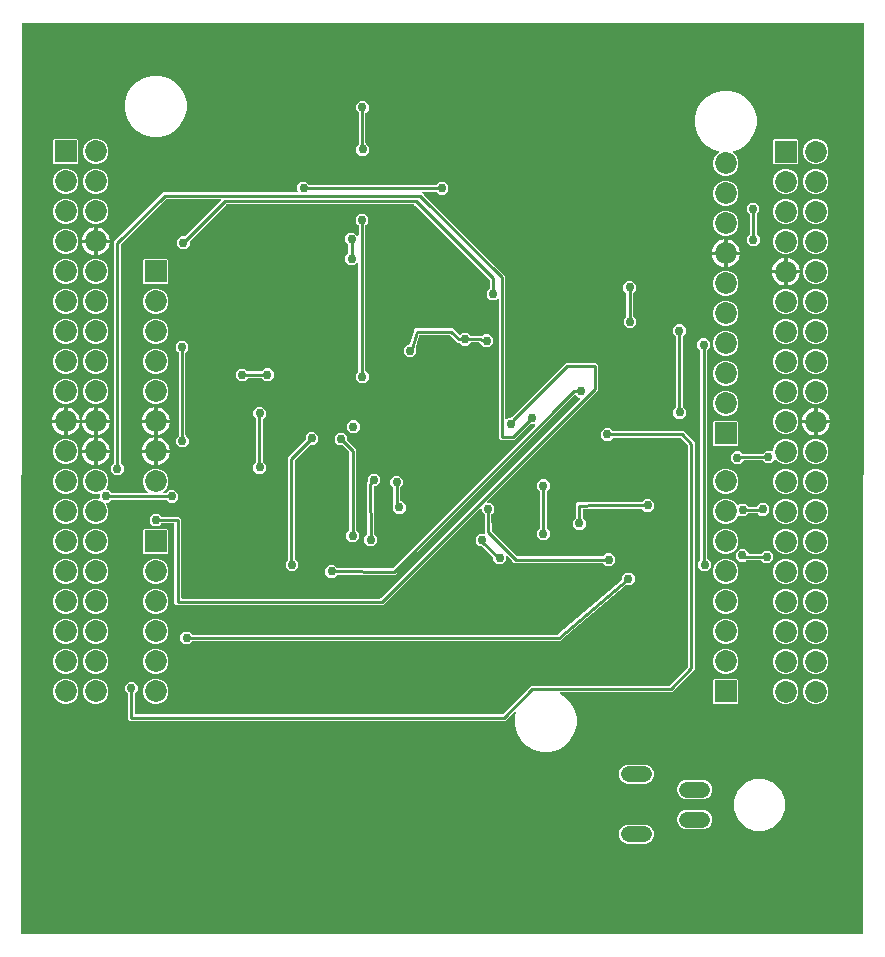
<source format=gbr>
G04 EAGLE Gerber RS-274X export*
G75*
%MOMM*%
%FSLAX34Y34*%
%LPD*%
%INBottom Copper*%
%IPPOS*%
%AMOC8*
5,1,8,0,0,1.08239X$1,22.5*%
G01*
%ADD10C,1.320800*%
%ADD11R,1.850000X1.850000*%
%ADD12C,1.850000*%
%ADD13C,0.756400*%
%ADD14C,0.254000*%

G36*
X721934Y10411D02*
X721934Y10411D01*
X721953Y10414D01*
X721973Y10412D01*
X722075Y10434D01*
X722177Y10451D01*
X722194Y10460D01*
X722213Y10464D01*
X722303Y10517D01*
X722394Y10566D01*
X722408Y10580D01*
X722424Y10590D01*
X722492Y10669D01*
X722564Y10744D01*
X722572Y10762D01*
X722585Y10777D01*
X722624Y10873D01*
X722667Y10967D01*
X722669Y10987D01*
X722677Y11005D01*
X722695Y11171D01*
X723547Y780983D01*
X723544Y781004D01*
X723546Y781024D01*
X723524Y781125D01*
X723508Y781226D01*
X723498Y781244D01*
X723494Y781264D01*
X723441Y781353D01*
X723393Y781444D01*
X723378Y781458D01*
X723368Y781475D01*
X723289Y781542D01*
X723215Y781613D01*
X723196Y781622D01*
X723181Y781635D01*
X723085Y781674D01*
X722992Y781717D01*
X722971Y781719D01*
X722952Y781727D01*
X722786Y781745D01*
X11532Y781499D01*
X11513Y781496D01*
X11493Y781498D01*
X11391Y781476D01*
X11289Y781459D01*
X11272Y781450D01*
X11253Y781446D01*
X11163Y781393D01*
X11072Y781344D01*
X11058Y781330D01*
X11042Y781320D01*
X10974Y781241D01*
X10902Y781166D01*
X10894Y781148D01*
X10881Y781133D01*
X10842Y781037D01*
X10799Y780943D01*
X10797Y780923D01*
X10789Y780905D01*
X10771Y780739D01*
X9919Y10927D01*
X9922Y10906D01*
X9920Y10886D01*
X9942Y10785D01*
X9958Y10684D01*
X9968Y10666D01*
X9972Y10646D01*
X10025Y10557D01*
X10073Y10466D01*
X10088Y10452D01*
X10098Y10435D01*
X10177Y10368D01*
X10251Y10297D01*
X10270Y10288D01*
X10285Y10275D01*
X10381Y10236D01*
X10474Y10193D01*
X10495Y10191D01*
X10514Y10183D01*
X10680Y10165D01*
X721934Y10411D01*
G37*
%LPC*%
G36*
X141378Y288541D02*
X141378Y288541D01*
X139741Y290178D01*
X139741Y357344D01*
X139738Y357364D01*
X139740Y357383D01*
X139718Y357485D01*
X139702Y357587D01*
X139692Y357604D01*
X139688Y357624D01*
X139635Y357713D01*
X139586Y357804D01*
X139572Y357818D01*
X139562Y357835D01*
X139483Y357902D01*
X139408Y357974D01*
X139390Y357982D01*
X139375Y357995D01*
X139279Y358034D01*
X139185Y358077D01*
X139165Y358079D01*
X139147Y358087D01*
X138980Y358105D01*
X129125Y358105D01*
X129035Y358091D01*
X128944Y358083D01*
X128915Y358071D01*
X128883Y358066D01*
X128802Y358023D01*
X128718Y357987D01*
X128686Y357961D01*
X128665Y357950D01*
X128643Y357927D01*
X128587Y357882D01*
X126298Y355593D01*
X121902Y355593D01*
X118793Y358702D01*
X118793Y363098D01*
X121902Y366207D01*
X126298Y366207D01*
X128587Y363918D01*
X128661Y363865D01*
X128731Y363805D01*
X128761Y363793D01*
X128787Y363774D01*
X128874Y363747D01*
X128959Y363713D01*
X129000Y363709D01*
X129022Y363702D01*
X129054Y363703D01*
X129125Y363695D01*
X143694Y363695D01*
X145331Y362058D01*
X145331Y295156D01*
X145334Y295136D01*
X145332Y295117D01*
X145354Y295015D01*
X145370Y294913D01*
X145380Y294896D01*
X145384Y294876D01*
X145437Y294787D01*
X145486Y294696D01*
X145500Y294682D01*
X145510Y294665D01*
X145589Y294598D01*
X145664Y294526D01*
X145682Y294518D01*
X145697Y294505D01*
X145793Y294466D01*
X145887Y294423D01*
X145907Y294421D01*
X145925Y294413D01*
X146092Y294395D01*
X314127Y294395D01*
X314217Y294409D01*
X314308Y294417D01*
X314338Y294429D01*
X314370Y294434D01*
X314450Y294477D01*
X314534Y294513D01*
X314566Y294539D01*
X314587Y294550D01*
X314609Y294573D01*
X314665Y294618D01*
X483241Y463194D01*
X483283Y463252D01*
X483333Y463304D01*
X483355Y463351D01*
X483385Y463393D01*
X483406Y463462D01*
X483436Y463527D01*
X483442Y463579D01*
X483457Y463629D01*
X483455Y463700D01*
X483463Y463771D01*
X483452Y463822D01*
X483451Y463874D01*
X483426Y463942D01*
X483411Y464012D01*
X483384Y464056D01*
X483366Y464105D01*
X483322Y464161D01*
X483285Y464223D01*
X483245Y464257D01*
X483213Y464297D01*
X483152Y464336D01*
X483098Y464383D01*
X483050Y464402D01*
X483006Y464430D01*
X482936Y464448D01*
X482870Y464475D01*
X482798Y464483D01*
X482767Y464491D01*
X482744Y464489D01*
X482703Y464493D01*
X481502Y464493D01*
X479432Y466563D01*
X479416Y466575D01*
X479403Y466591D01*
X479316Y466647D01*
X479232Y466706D01*
X479213Y466713D01*
X479196Y466724D01*
X479096Y466749D01*
X478997Y466779D01*
X478977Y466778D01*
X478957Y466783D01*
X478855Y466775D01*
X478752Y466772D01*
X478732Y466765D01*
X478712Y466764D01*
X478617Y466723D01*
X478520Y466688D01*
X478504Y466675D01*
X478486Y466667D01*
X478355Y466562D01*
X328423Y316194D01*
X328380Y316135D01*
X327388Y315156D01*
X327386Y315154D01*
X327383Y315151D01*
X326568Y314333D01*
X325409Y314341D01*
X325407Y314341D01*
X325403Y314341D01*
X324056Y314339D01*
X324039Y314344D01*
X324008Y314344D01*
X323941Y314351D01*
X278093Y314667D01*
X278000Y314653D01*
X277906Y314645D01*
X277879Y314634D01*
X277850Y314629D01*
X277766Y314586D01*
X277680Y314549D01*
X277651Y314526D01*
X277631Y314516D01*
X277627Y314511D01*
X277625Y314510D01*
X277605Y314489D01*
X277549Y314444D01*
X275098Y311993D01*
X270702Y311993D01*
X267593Y315102D01*
X267593Y319498D01*
X270702Y322607D01*
X275098Y322607D01*
X277223Y320482D01*
X277295Y320430D01*
X277362Y320372D01*
X277394Y320359D01*
X277423Y320338D01*
X277507Y320312D01*
X277589Y320279D01*
X277634Y320273D01*
X277658Y320266D01*
X277689Y320267D01*
X277756Y320259D01*
X323945Y319941D01*
X324038Y319956D01*
X324132Y319963D01*
X324159Y319975D01*
X324188Y319979D01*
X324271Y320023D01*
X324358Y320060D01*
X324387Y320083D01*
X324406Y320093D01*
X324429Y320116D01*
X324489Y320165D01*
X444669Y440695D01*
X444711Y440752D01*
X444760Y440804D01*
X444782Y440852D01*
X444812Y440894D01*
X444833Y440962D01*
X444863Y441027D01*
X444869Y441079D01*
X444884Y441130D01*
X444882Y441201D01*
X444890Y441271D01*
X444879Y441323D01*
X444878Y441376D01*
X444853Y441442D01*
X444838Y441512D01*
X444811Y441557D01*
X444793Y441606D01*
X444748Y441662D01*
X444712Y441723D01*
X444672Y441757D01*
X444639Y441798D01*
X444579Y441837D01*
X444525Y441883D01*
X444476Y441903D01*
X444432Y441931D01*
X444363Y441948D01*
X444297Y441975D01*
X444224Y441983D01*
X444193Y441991D01*
X444170Y441989D01*
X444130Y441993D01*
X441361Y441993D01*
X441271Y441979D01*
X441180Y441971D01*
X441150Y441959D01*
X441118Y441954D01*
X441038Y441911D01*
X440954Y441875D01*
X440922Y441849D01*
X440901Y441838D01*
X440879Y441815D01*
X440823Y441770D01*
X427358Y428305D01*
X415842Y428305D01*
X414205Y429942D01*
X414205Y547663D01*
X414194Y547733D01*
X414192Y547805D01*
X414174Y547854D01*
X414166Y547905D01*
X414132Y547969D01*
X414107Y548036D01*
X414075Y548077D01*
X414050Y548123D01*
X413998Y548172D01*
X413954Y548228D01*
X413910Y548256D01*
X413872Y548292D01*
X413807Y548322D01*
X413747Y548361D01*
X413696Y548374D01*
X413649Y548396D01*
X413578Y548404D01*
X413508Y548421D01*
X413456Y548417D01*
X413405Y548423D01*
X413334Y548408D01*
X413263Y548402D01*
X413215Y548382D01*
X413164Y548371D01*
X413103Y548334D01*
X413037Y548306D01*
X412981Y548261D01*
X412953Y548244D01*
X412938Y548227D01*
X412906Y548201D01*
X411598Y546893D01*
X407202Y546893D01*
X404093Y550002D01*
X404093Y554398D01*
X406382Y556687D01*
X406435Y556761D01*
X406495Y556831D01*
X406507Y556861D01*
X406526Y556887D01*
X406553Y556974D01*
X406587Y557059D01*
X406591Y557100D01*
X406598Y557122D01*
X406597Y557154D01*
X406605Y557225D01*
X406605Y564003D01*
X406591Y564093D01*
X406583Y564184D01*
X406571Y564214D01*
X406566Y564246D01*
X406523Y564327D01*
X406487Y564411D01*
X406461Y564443D01*
X406450Y564463D01*
X406427Y564486D01*
X406382Y564542D01*
X342942Y627982D01*
X342868Y628035D01*
X342798Y628095D01*
X342768Y628107D01*
X342742Y628126D01*
X342655Y628153D01*
X342570Y628187D01*
X342529Y628191D01*
X342507Y628198D01*
X342475Y628197D01*
X342403Y628205D01*
X184273Y628205D01*
X184183Y628191D01*
X184092Y628183D01*
X184062Y628171D01*
X184030Y628166D01*
X183950Y628123D01*
X183866Y628087D01*
X183834Y628061D01*
X183813Y628050D01*
X183791Y628027D01*
X183735Y627982D01*
X152930Y597177D01*
X152877Y597103D01*
X152817Y597034D01*
X152805Y597004D01*
X152786Y596978D01*
X152759Y596891D01*
X152725Y596806D01*
X152721Y596765D01*
X152714Y596743D01*
X152715Y596710D01*
X152707Y596639D01*
X152707Y593402D01*
X149598Y590293D01*
X145202Y590293D01*
X142093Y593402D01*
X142093Y597798D01*
X145202Y600907D01*
X148439Y600907D01*
X148529Y600921D01*
X148620Y600929D01*
X148650Y600941D01*
X148682Y600946D01*
X148762Y600989D01*
X148846Y601025D01*
X148878Y601051D01*
X148899Y601062D01*
X148921Y601085D01*
X148977Y601130D01*
X179253Y631406D01*
X179295Y631464D01*
X179345Y631516D01*
X179367Y631563D01*
X179397Y631605D01*
X179418Y631674D01*
X179448Y631739D01*
X179454Y631791D01*
X179469Y631841D01*
X179467Y631912D01*
X179475Y631983D01*
X179464Y632034D01*
X179463Y632086D01*
X179438Y632154D01*
X179423Y632224D01*
X179396Y632269D01*
X179378Y632317D01*
X179334Y632373D01*
X179297Y632435D01*
X179257Y632469D01*
X179225Y632509D01*
X179164Y632548D01*
X179110Y632595D01*
X179062Y632614D01*
X179018Y632642D01*
X178948Y632660D01*
X178882Y632687D01*
X178810Y632695D01*
X178779Y632703D01*
X178756Y632701D01*
X178715Y632705D01*
X133073Y632705D01*
X132983Y632691D01*
X132892Y632683D01*
X132862Y632671D01*
X132830Y632666D01*
X132750Y632623D01*
X132666Y632587D01*
X132634Y632561D01*
X132613Y632550D01*
X132591Y632527D01*
X132535Y632482D01*
X94525Y594472D01*
X94472Y594399D01*
X94412Y594329D01*
X94400Y594299D01*
X94381Y594273D01*
X94354Y594186D01*
X94320Y594101D01*
X94316Y594060D01*
X94309Y594038D01*
X94310Y594005D01*
X94302Y593934D01*
X94302Y447328D01*
X94306Y447307D01*
X94304Y447270D01*
X94385Y446207D01*
X94358Y446162D01*
X94344Y446101D01*
X94321Y446043D01*
X94311Y445954D01*
X94303Y445922D01*
X94305Y445904D01*
X94302Y445876D01*
X94302Y445817D01*
X94302Y445816D01*
X94302Y445804D01*
X94302Y445779D01*
X94295Y445712D01*
X94295Y409225D01*
X94309Y409135D01*
X94317Y409044D01*
X94329Y409015D01*
X94334Y408983D01*
X94377Y408902D01*
X94413Y408818D01*
X94439Y408786D01*
X94450Y408765D01*
X94473Y408743D01*
X94518Y408687D01*
X96807Y406398D01*
X96807Y402002D01*
X93698Y398893D01*
X89302Y398893D01*
X86193Y402002D01*
X86193Y406398D01*
X88482Y408687D01*
X88535Y408761D01*
X88595Y408831D01*
X88607Y408861D01*
X88626Y408887D01*
X88653Y408974D01*
X88687Y409059D01*
X88691Y409100D01*
X88698Y409122D01*
X88697Y409154D01*
X88705Y409225D01*
X88705Y447057D01*
X88702Y447078D01*
X88703Y447115D01*
X88622Y448178D01*
X88650Y448223D01*
X88663Y448284D01*
X88687Y448342D01*
X88697Y448431D01*
X88704Y448463D01*
X88702Y448480D01*
X88705Y448509D01*
X88705Y448567D01*
X88705Y448571D01*
X88705Y448606D01*
X88713Y448672D01*
X88712Y593934D01*
X88712Y596565D01*
X130442Y638295D01*
X243477Y638295D01*
X243548Y638306D01*
X243619Y638308D01*
X243668Y638326D01*
X243720Y638334D01*
X243783Y638368D01*
X243850Y638393D01*
X243891Y638425D01*
X243937Y638450D01*
X243986Y638502D01*
X244042Y638546D01*
X244070Y638590D01*
X244106Y638628D01*
X244137Y638693D01*
X244175Y638753D01*
X244188Y638804D01*
X244210Y638851D01*
X244218Y638922D01*
X244235Y638992D01*
X244231Y639044D01*
X244237Y639095D01*
X244222Y639166D01*
X244216Y639237D01*
X244196Y639285D01*
X244185Y639336D01*
X244148Y639397D01*
X244120Y639463D01*
X244075Y639519D01*
X244059Y639547D01*
X244041Y639562D01*
X244015Y639594D01*
X243731Y639878D01*
X243731Y644274D01*
X246840Y647383D01*
X251236Y647383D01*
X253710Y644909D01*
X253784Y644856D01*
X253853Y644797D01*
X253883Y644785D01*
X253910Y644765D01*
X253997Y644739D01*
X254081Y644705D01*
X254122Y644700D01*
X254145Y644693D01*
X254177Y644694D01*
X254247Y644686D01*
X361282Y644503D01*
X361373Y644518D01*
X361464Y644525D01*
X361493Y644537D01*
X361525Y644543D01*
X361606Y644585D01*
X361690Y644621D01*
X361722Y644647D01*
X361742Y644657D01*
X361764Y644681D01*
X361821Y644726D01*
X364102Y647007D01*
X368498Y647007D01*
X371607Y643898D01*
X371607Y639502D01*
X368498Y636393D01*
X364102Y636393D01*
X361804Y638691D01*
X361731Y638744D01*
X361662Y638803D01*
X361631Y638815D01*
X361605Y638834D01*
X361518Y638861D01*
X361434Y638895D01*
X361392Y638900D01*
X361369Y638907D01*
X361337Y638906D01*
X361267Y638914D01*
X350359Y638932D01*
X350288Y638921D01*
X350215Y638919D01*
X350167Y638901D01*
X350116Y638893D01*
X350052Y638859D01*
X349984Y638835D01*
X349944Y638802D01*
X349899Y638778D01*
X349849Y638726D01*
X349792Y638681D01*
X349764Y638638D01*
X349729Y638600D01*
X349698Y638535D01*
X349659Y638474D01*
X349647Y638424D01*
X349625Y638377D01*
X349617Y638306D01*
X349599Y638235D01*
X349603Y638184D01*
X349597Y638133D01*
X349613Y638062D01*
X349618Y637990D01*
X349638Y637943D01*
X349649Y637893D01*
X349686Y637830D01*
X349715Y637764D01*
X349759Y637709D01*
X349775Y637681D01*
X349793Y637666D01*
X349819Y637633D01*
X351018Y636435D01*
X419795Y567658D01*
X419795Y446737D01*
X419806Y446667D01*
X419808Y446595D01*
X419826Y446546D01*
X419834Y446495D01*
X419868Y446431D01*
X419893Y446364D01*
X419925Y446323D01*
X419950Y446277D01*
X420002Y446228D01*
X420046Y446172D01*
X420090Y446144D01*
X420128Y446108D01*
X420193Y446078D01*
X420253Y446039D01*
X420304Y446026D01*
X420351Y446004D01*
X420422Y445996D01*
X420492Y445979D01*
X420544Y445983D01*
X420595Y445977D01*
X420666Y445992D01*
X420737Y445998D01*
X420785Y446018D01*
X420836Y446029D01*
X420897Y446066D01*
X420963Y446094D01*
X421019Y446139D01*
X421047Y446156D01*
X421062Y446173D01*
X421094Y446199D01*
X422502Y447607D01*
X424739Y447607D01*
X424829Y447621D01*
X424920Y447629D01*
X424950Y447641D01*
X424982Y447646D01*
X425063Y447689D01*
X425146Y447725D01*
X425179Y447751D01*
X425199Y447762D01*
X425221Y447785D01*
X425277Y447830D01*
X425440Y447992D01*
X425459Y448019D01*
X425513Y448076D01*
X426051Y448801D01*
X426063Y448805D01*
X426099Y448807D01*
X426180Y448842D01*
X426263Y448868D01*
X426292Y448890D01*
X426325Y448904D01*
X426456Y449009D01*
X469382Y491935D01*
X471242Y493795D01*
X496658Y493795D01*
X498295Y492158D01*
X498295Y470342D01*
X404759Y376806D01*
X404717Y376748D01*
X404667Y376696D01*
X404645Y376649D01*
X404615Y376607D01*
X404594Y376538D01*
X404564Y376473D01*
X404558Y376421D01*
X404543Y376371D01*
X404545Y376300D01*
X404537Y376229D01*
X404548Y376178D01*
X404549Y376126D01*
X404574Y376058D01*
X404589Y375988D01*
X404616Y375944D01*
X404634Y375895D01*
X404678Y375839D01*
X404715Y375777D01*
X404755Y375743D01*
X404787Y375703D01*
X404848Y375664D01*
X404902Y375617D01*
X404950Y375598D01*
X404994Y375570D01*
X405064Y375552D01*
X405130Y375525D01*
X405202Y375517D01*
X405233Y375509D01*
X405256Y375511D01*
X405297Y375507D01*
X407398Y375507D01*
X410507Y372398D01*
X410507Y368002D01*
X408407Y365902D01*
X408352Y365826D01*
X408291Y365753D01*
X408280Y365726D01*
X408263Y365702D01*
X408236Y365612D01*
X408201Y365525D01*
X408197Y365488D01*
X408191Y365467D01*
X408192Y365434D01*
X408184Y365358D01*
X408290Y352071D01*
X408305Y351984D01*
X408312Y351896D01*
X408326Y351864D01*
X408332Y351829D01*
X408374Y351751D01*
X408408Y351670D01*
X408437Y351635D01*
X408449Y351612D01*
X408472Y351591D01*
X408513Y351539D01*
X429735Y330318D01*
X429809Y330265D01*
X429878Y330205D01*
X429908Y330193D01*
X429934Y330174D01*
X430021Y330147D01*
X430106Y330113D01*
X430147Y330109D01*
X430169Y330102D01*
X430202Y330103D01*
X430273Y330095D01*
X502375Y330095D01*
X502465Y330109D01*
X502556Y330117D01*
X502585Y330129D01*
X502617Y330134D01*
X502698Y330177D01*
X502782Y330213D01*
X502814Y330239D01*
X502835Y330250D01*
X502857Y330273D01*
X502913Y330318D01*
X505202Y332607D01*
X509598Y332607D01*
X512707Y329498D01*
X512707Y325102D01*
X509598Y321993D01*
X505202Y321993D01*
X502913Y324282D01*
X502839Y324335D01*
X502769Y324395D01*
X502739Y324407D01*
X502713Y324426D01*
X502626Y324453D01*
X502541Y324487D01*
X502500Y324491D01*
X502478Y324498D01*
X502446Y324497D01*
X502375Y324505D01*
X427642Y324505D01*
X425782Y326365D01*
X421806Y330341D01*
X421748Y330383D01*
X421696Y330433D01*
X421649Y330455D01*
X421607Y330485D01*
X421538Y330506D01*
X421473Y330536D01*
X421421Y330542D01*
X421371Y330557D01*
X421300Y330555D01*
X421229Y330563D01*
X421178Y330552D01*
X421126Y330551D01*
X421058Y330526D01*
X420988Y330511D01*
X420943Y330484D01*
X420895Y330466D01*
X420839Y330422D01*
X420777Y330385D01*
X420743Y330345D01*
X420703Y330313D01*
X420664Y330252D01*
X420617Y330198D01*
X420598Y330150D01*
X420570Y330106D01*
X420552Y330036D01*
X420525Y329970D01*
X420517Y329898D01*
X420509Y329867D01*
X420511Y329844D01*
X420507Y329803D01*
X420507Y326502D01*
X417398Y323393D01*
X413002Y323393D01*
X409893Y326502D01*
X409893Y328547D01*
X409878Y328644D01*
X409868Y328741D01*
X409858Y328765D01*
X409854Y328790D01*
X409808Y328876D01*
X409768Y328966D01*
X409747Y328991D01*
X409738Y329008D01*
X409715Y329030D01*
X409661Y329095D01*
X399955Y338479D01*
X399885Y338528D01*
X399821Y338583D01*
X399785Y338597D01*
X399753Y338619D01*
X399672Y338643D01*
X399593Y338675D01*
X399543Y338680D01*
X399517Y338688D01*
X399487Y338687D01*
X399426Y338693D01*
X397802Y338693D01*
X394693Y341802D01*
X394693Y346198D01*
X397802Y349307D01*
X401951Y349307D01*
X401971Y349310D01*
X401991Y349308D01*
X402092Y349330D01*
X402194Y349346D01*
X402212Y349356D01*
X402231Y349360D01*
X402320Y349413D01*
X402411Y349462D01*
X402425Y349476D01*
X402442Y349486D01*
X402510Y349565D01*
X402581Y349640D01*
X402589Y349658D01*
X402602Y349673D01*
X402641Y349769D01*
X402684Y349863D01*
X402687Y349883D01*
X402694Y349901D01*
X402713Y350068D01*
X402713Y350580D01*
X402712Y350582D01*
X402712Y350586D01*
X402597Y364989D01*
X402582Y365076D01*
X402575Y365164D01*
X402562Y365196D01*
X402556Y365231D01*
X402514Y365309D01*
X402479Y365390D01*
X402451Y365425D01*
X402439Y365447D01*
X402416Y365469D01*
X402374Y365521D01*
X399893Y368002D01*
X399893Y370103D01*
X399882Y370174D01*
X399880Y370246D01*
X399862Y370295D01*
X399854Y370346D01*
X399820Y370409D01*
X399795Y370477D01*
X399763Y370517D01*
X399738Y370563D01*
X399686Y370613D01*
X399642Y370669D01*
X399598Y370697D01*
X399560Y370733D01*
X399495Y370763D01*
X399435Y370802D01*
X399384Y370814D01*
X399337Y370836D01*
X399266Y370844D01*
X399196Y370862D01*
X399144Y370858D01*
X399093Y370863D01*
X399022Y370848D01*
X398951Y370843D01*
X398903Y370822D01*
X398852Y370811D01*
X398791Y370774D01*
X398725Y370746D01*
X398669Y370701D01*
X398641Y370685D01*
X398626Y370667D01*
X398594Y370641D01*
X316758Y288805D01*
X144273Y288805D01*
X144183Y288791D01*
X144092Y288783D01*
X144062Y288771D01*
X144030Y288766D01*
X143950Y288723D01*
X143866Y288687D01*
X143834Y288661D01*
X143813Y288650D01*
X143792Y288628D01*
X143790Y288627D01*
X143786Y288623D01*
X143735Y288582D01*
X143694Y288541D01*
X141378Y288541D01*
G37*
%LPD*%
%LPC*%
G36*
X450712Y164384D02*
X450712Y164384D01*
X444091Y166159D01*
X438154Y169586D01*
X433306Y174434D01*
X429879Y180371D01*
X428104Y186992D01*
X428104Y193848D01*
X429272Y198206D01*
X429277Y198254D01*
X429291Y198299D01*
X429289Y198375D01*
X429297Y198451D01*
X429286Y198497D01*
X429285Y198545D01*
X429259Y198617D01*
X429242Y198690D01*
X429217Y198731D01*
X429200Y198776D01*
X429153Y198836D01*
X429113Y198900D01*
X429076Y198931D01*
X429046Y198968D01*
X428983Y199009D01*
X428925Y199058D01*
X428880Y199075D01*
X428840Y199101D01*
X428766Y199120D01*
X428695Y199147D01*
X428648Y199150D01*
X428601Y199161D01*
X428525Y199156D01*
X428450Y199159D01*
X428404Y199146D01*
X428356Y199142D01*
X428286Y199113D01*
X428213Y199092D01*
X428173Y199065D01*
X428129Y199046D01*
X428029Y198965D01*
X428010Y198953D01*
X428006Y198947D01*
X427998Y198941D01*
X419763Y190705D01*
X102242Y190705D01*
X100605Y192342D01*
X100605Y213475D01*
X100591Y213565D01*
X100583Y213656D01*
X100571Y213685D01*
X100566Y213717D01*
X100523Y213798D01*
X100487Y213882D01*
X100461Y213914D01*
X100450Y213935D01*
X100427Y213957D01*
X100382Y214013D01*
X98093Y216302D01*
X98093Y220698D01*
X101202Y223807D01*
X105598Y223807D01*
X108707Y220698D01*
X108707Y216302D01*
X106418Y214013D01*
X106365Y213939D01*
X106305Y213869D01*
X106293Y213839D01*
X106274Y213813D01*
X106247Y213726D01*
X106213Y213641D01*
X106209Y213600D01*
X106202Y213578D01*
X106203Y213546D01*
X106195Y213475D01*
X106195Y197056D01*
X106198Y197036D01*
X106196Y197017D01*
X106218Y196915D01*
X106234Y196813D01*
X106244Y196796D01*
X106248Y196776D01*
X106301Y196687D01*
X106350Y196596D01*
X106364Y196582D01*
X106374Y196565D01*
X106453Y196498D01*
X106528Y196426D01*
X106546Y196418D01*
X106561Y196405D01*
X106657Y196366D01*
X106751Y196323D01*
X106771Y196321D01*
X106789Y196313D01*
X106956Y196295D01*
X417132Y196295D01*
X417222Y196309D01*
X417313Y196317D01*
X417343Y196329D01*
X417375Y196334D01*
X417455Y196377D01*
X417539Y196413D01*
X417571Y196439D01*
X417592Y196450D01*
X417614Y196473D01*
X417670Y196518D01*
X441672Y220520D01*
X558452Y220520D01*
X558542Y220534D01*
X558633Y220542D01*
X558663Y220554D01*
X558695Y220559D01*
X558775Y220602D01*
X558859Y220638D01*
X558891Y220664D01*
X558912Y220675D01*
X558934Y220698D01*
X558990Y220743D01*
X574382Y236135D01*
X574435Y236209D01*
X574495Y236278D01*
X574507Y236308D01*
X574526Y236334D01*
X574553Y236421D01*
X574587Y236506D01*
X574591Y236547D01*
X574598Y236569D01*
X574597Y236602D01*
X574605Y236673D01*
X574605Y423927D01*
X574591Y424017D01*
X574583Y424108D01*
X574571Y424138D01*
X574566Y424170D01*
X574523Y424250D01*
X574487Y424334D01*
X574461Y424366D01*
X574450Y424387D01*
X574427Y424409D01*
X574382Y424465D01*
X568465Y430382D01*
X568391Y430435D01*
X568322Y430495D01*
X568292Y430507D01*
X568266Y430526D01*
X568179Y430553D01*
X568094Y430587D01*
X568053Y430591D01*
X568031Y430598D01*
X567998Y430597D01*
X567927Y430605D01*
X511225Y430605D01*
X511135Y430591D01*
X511044Y430583D01*
X511015Y430571D01*
X510983Y430566D01*
X510902Y430523D01*
X510818Y430487D01*
X510786Y430461D01*
X510765Y430450D01*
X510743Y430427D01*
X510687Y430382D01*
X508398Y428093D01*
X504002Y428093D01*
X500893Y431202D01*
X500893Y435598D01*
X504002Y438707D01*
X508398Y438707D01*
X510687Y436418D01*
X510761Y436365D01*
X510831Y436305D01*
X510861Y436293D01*
X510887Y436274D01*
X510974Y436247D01*
X511059Y436213D01*
X511100Y436209D01*
X511122Y436202D01*
X511154Y436203D01*
X511225Y436195D01*
X570558Y436195D01*
X580195Y426558D01*
X580195Y234042D01*
X561083Y214930D01*
X466599Y214930D01*
X466552Y214923D01*
X466504Y214924D01*
X466431Y214903D01*
X466357Y214891D01*
X466314Y214868D01*
X466268Y214854D01*
X466206Y214811D01*
X466139Y214775D01*
X466106Y214741D01*
X466067Y214713D01*
X466022Y214652D01*
X465970Y214597D01*
X465950Y214554D01*
X465921Y214515D01*
X465898Y214443D01*
X465866Y214374D01*
X465861Y214326D01*
X465846Y214281D01*
X465848Y214205D01*
X465839Y214130D01*
X465849Y214083D01*
X465850Y214035D01*
X465875Y213963D01*
X465891Y213889D01*
X465916Y213848D01*
X465932Y213803D01*
X465979Y213743D01*
X466018Y213678D01*
X466054Y213647D01*
X466084Y213609D01*
X466187Y213533D01*
X466205Y213518D01*
X466211Y213516D01*
X466219Y213510D01*
X470126Y211254D01*
X474974Y206406D01*
X478401Y200469D01*
X480176Y193848D01*
X480176Y186992D01*
X478401Y180371D01*
X474974Y174434D01*
X470126Y169586D01*
X464189Y166159D01*
X457568Y164384D01*
X450712Y164384D01*
G37*
%LPD*%
%LPC*%
G36*
X604397Y652085D02*
X604397Y652085D01*
X600437Y653726D01*
X597406Y656757D01*
X595765Y660717D01*
X595765Y665003D01*
X597406Y668963D01*
X600377Y671935D01*
X600422Y671998D01*
X600447Y672024D01*
X600453Y672036D01*
X600494Y672086D01*
X600504Y672112D01*
X600521Y672135D01*
X600549Y672226D01*
X600583Y672315D01*
X600585Y672343D01*
X600593Y672370D01*
X600591Y672465D01*
X600595Y672560D01*
X600587Y672587D01*
X600587Y672616D01*
X600554Y672705D01*
X600528Y672797D01*
X600512Y672820D01*
X600502Y672847D01*
X600443Y672921D01*
X600389Y673000D01*
X600366Y673017D01*
X600349Y673039D01*
X600268Y673090D01*
X600192Y673148D01*
X600159Y673160D01*
X600142Y673172D01*
X600110Y673180D01*
X600036Y673209D01*
X596491Y674159D01*
X590554Y677586D01*
X585706Y682434D01*
X582279Y688371D01*
X580504Y694992D01*
X580504Y701848D01*
X582279Y708469D01*
X585706Y714406D01*
X590554Y719254D01*
X596491Y722681D01*
X603112Y724456D01*
X609968Y724456D01*
X616589Y722681D01*
X622526Y719254D01*
X627374Y714406D01*
X630801Y708469D01*
X632576Y701848D01*
X632576Y694992D01*
X630801Y688371D01*
X627374Y682434D01*
X622526Y677586D01*
X616589Y674159D01*
X613044Y673209D01*
X612957Y673169D01*
X612868Y673137D01*
X612846Y673119D01*
X612820Y673107D01*
X612750Y673043D01*
X612676Y672983D01*
X612660Y672959D01*
X612640Y672940D01*
X612594Y672856D01*
X612543Y672776D01*
X612536Y672749D01*
X612522Y672724D01*
X612506Y672630D01*
X612483Y672537D01*
X612485Y672509D01*
X612480Y672482D01*
X612494Y672387D01*
X612502Y672292D01*
X612513Y672266D01*
X612517Y672238D01*
X612561Y672154D01*
X612598Y672066D01*
X612620Y672038D01*
X612630Y672020D01*
X612653Y671997D01*
X612677Y671968D01*
X612681Y671961D01*
X612685Y671957D01*
X612703Y671935D01*
X615674Y668963D01*
X617315Y665003D01*
X617315Y660717D01*
X615674Y656757D01*
X612643Y653726D01*
X608683Y652085D01*
X604397Y652085D01*
G37*
%LPD*%
%LPC*%
G36*
X147902Y255593D02*
X147902Y255593D01*
X144793Y258702D01*
X144793Y263098D01*
X147902Y266207D01*
X152298Y266207D01*
X154585Y263920D01*
X154659Y263867D01*
X154728Y263807D01*
X154758Y263795D01*
X154784Y263777D01*
X154872Y263750D01*
X154957Y263716D01*
X154997Y263711D01*
X155019Y263704D01*
X155052Y263705D01*
X155123Y263697D01*
X388657Y263813D01*
X388659Y263813D01*
X390183Y263814D01*
X390184Y263814D01*
X391600Y263814D01*
X391603Y263814D01*
X463851Y263834D01*
X463909Y263844D01*
X463968Y263843D01*
X464029Y263863D01*
X464093Y263874D01*
X464145Y263901D01*
X464201Y263920D01*
X464282Y263974D01*
X464311Y263989D01*
X464321Y264000D01*
X464341Y264013D01*
X518522Y309656D01*
X518523Y309656D01*
X518523Y309657D01*
X518607Y309754D01*
X518683Y309843D01*
X518683Y309844D01*
X518730Y309961D01*
X518775Y310071D01*
X518775Y310072D01*
X518793Y310238D01*
X518793Y313098D01*
X521902Y316207D01*
X526298Y316207D01*
X529407Y313098D01*
X529407Y308702D01*
X526298Y305593D01*
X522653Y305593D01*
X522595Y305584D01*
X522536Y305584D01*
X522474Y305564D01*
X522410Y305554D01*
X522358Y305526D01*
X522302Y305507D01*
X522221Y305453D01*
X522193Y305438D01*
X522183Y305428D01*
X522163Y305414D01*
X467066Y259000D01*
X467051Y258982D01*
X467018Y258956D01*
X466283Y258221D01*
X466269Y258216D01*
X466205Y258206D01*
X466152Y258178D01*
X466096Y258159D01*
X466089Y258154D01*
X465062Y258242D01*
X465039Y258240D01*
X464997Y258245D01*
X390191Y258224D01*
X155128Y258108D01*
X155038Y258093D01*
X154947Y258086D01*
X154917Y258073D01*
X154885Y258068D01*
X154804Y258025D01*
X154721Y257990D01*
X154688Y257964D01*
X154667Y257953D01*
X154645Y257929D01*
X154590Y257885D01*
X152298Y255593D01*
X147902Y255593D01*
G37*
%LPD*%
%LPC*%
G36*
X120512Y685084D02*
X120512Y685084D01*
X113891Y686859D01*
X107954Y690286D01*
X103106Y695134D01*
X99679Y701071D01*
X97904Y707692D01*
X97904Y714548D01*
X99679Y721169D01*
X103106Y727106D01*
X107954Y731954D01*
X113891Y735381D01*
X120512Y737156D01*
X127368Y737156D01*
X133989Y735381D01*
X139926Y731954D01*
X144774Y727106D01*
X148201Y721169D01*
X149976Y714548D01*
X149976Y707692D01*
X148201Y701071D01*
X144774Y695134D01*
X139926Y690286D01*
X133989Y686859D01*
X127368Y685084D01*
X120512Y685084D01*
G37*
%LPD*%
%LPC*%
G36*
X70997Y357445D02*
X70997Y357445D01*
X67037Y359086D01*
X64006Y362117D01*
X62365Y366077D01*
X62365Y370363D01*
X64006Y374323D01*
X67037Y377354D01*
X70997Y378995D01*
X75283Y378995D01*
X75441Y378930D01*
X75485Y378919D01*
X75527Y378900D01*
X75604Y378891D01*
X75680Y378873D01*
X75726Y378878D01*
X75771Y378873D01*
X75848Y378889D01*
X75925Y378896D01*
X75967Y378915D01*
X76012Y378925D01*
X76079Y378965D01*
X76150Y378996D01*
X76184Y379027D01*
X76223Y379051D01*
X76274Y379110D01*
X76331Y379163D01*
X76353Y379203D01*
X76383Y379238D01*
X76412Y379310D01*
X76449Y379378D01*
X76458Y379423D01*
X76475Y379466D01*
X76490Y379602D01*
X76493Y379620D01*
X76492Y379625D01*
X76493Y379633D01*
X76493Y382207D01*
X76486Y382252D01*
X76488Y382298D01*
X76466Y382373D01*
X76454Y382450D01*
X76432Y382491D01*
X76419Y382535D01*
X76375Y382599D01*
X76338Y382667D01*
X76305Y382699D01*
X76279Y382737D01*
X76217Y382783D01*
X76160Y382837D01*
X76118Y382856D01*
X76082Y382883D01*
X76008Y382908D01*
X75937Y382940D01*
X75891Y382945D01*
X75848Y382960D01*
X75770Y382959D01*
X75693Y382967D01*
X75648Y382958D01*
X75602Y382957D01*
X75471Y382919D01*
X75452Y382915D01*
X75448Y382913D01*
X75441Y382910D01*
X75283Y382845D01*
X70997Y382845D01*
X67037Y384486D01*
X64006Y387517D01*
X62365Y391477D01*
X62365Y395763D01*
X64006Y399723D01*
X67037Y402754D01*
X70997Y404395D01*
X75283Y404395D01*
X79243Y402754D01*
X82274Y399723D01*
X83915Y395763D01*
X83915Y391477D01*
X82274Y387517D01*
X82164Y387406D01*
X82122Y387348D01*
X82073Y387296D01*
X82051Y387249D01*
X82020Y387207D01*
X81999Y387138D01*
X81969Y387073D01*
X81963Y387021D01*
X81948Y386972D01*
X81950Y386900D01*
X81942Y386829D01*
X81953Y386778D01*
X81954Y386726D01*
X81979Y386658D01*
X81994Y386588D01*
X82021Y386543D01*
X82039Y386495D01*
X82084Y386439D01*
X82121Y386377D01*
X82160Y386343D01*
X82193Y386303D01*
X82253Y386264D01*
X82307Y386217D01*
X82356Y386198D01*
X82400Y386170D01*
X82469Y386152D01*
X82536Y386125D01*
X82607Y386117D01*
X82638Y386109D01*
X82661Y386111D01*
X82702Y386107D01*
X83998Y386107D01*
X86287Y383818D01*
X86361Y383765D01*
X86431Y383705D01*
X86461Y383693D01*
X86487Y383674D01*
X86574Y383647D01*
X86659Y383613D01*
X86700Y383609D01*
X86722Y383602D01*
X86754Y383603D01*
X86825Y383595D01*
X116890Y383595D01*
X116960Y383606D01*
X117032Y383608D01*
X117081Y383626D01*
X117132Y383634D01*
X117196Y383668D01*
X117263Y383693D01*
X117304Y383725D01*
X117350Y383750D01*
X117399Y383802D01*
X117455Y383846D01*
X117483Y383890D01*
X117519Y383928D01*
X117549Y383993D01*
X117588Y384053D01*
X117601Y384104D01*
X117623Y384151D01*
X117631Y384222D01*
X117648Y384292D01*
X117644Y384344D01*
X117650Y384395D01*
X117635Y384466D01*
X117629Y384537D01*
X117609Y384585D01*
X117598Y384636D01*
X117561Y384697D01*
X117533Y384763D01*
X117488Y384819D01*
X117471Y384847D01*
X117454Y384862D01*
X117428Y384894D01*
X114806Y387517D01*
X113165Y391477D01*
X113165Y395763D01*
X114806Y399723D01*
X117837Y402754D01*
X121797Y404395D01*
X126083Y404395D01*
X130043Y402754D01*
X133074Y399723D01*
X134715Y395763D01*
X134715Y391477D01*
X133074Y387517D01*
X130452Y384894D01*
X130410Y384836D01*
X130361Y384784D01*
X130339Y384737D01*
X130308Y384695D01*
X130287Y384626D01*
X130257Y384561D01*
X130251Y384509D01*
X130236Y384459D01*
X130238Y384388D01*
X130230Y384317D01*
X130241Y384266D01*
X130242Y384214D01*
X130267Y384146D01*
X130282Y384076D01*
X130309Y384031D01*
X130327Y383983D01*
X130372Y383927D01*
X130409Y383865D01*
X130448Y383831D01*
X130481Y383791D01*
X130541Y383752D01*
X130595Y383705D01*
X130644Y383686D01*
X130688Y383658D01*
X130757Y383640D01*
X130824Y383613D01*
X130895Y383605D01*
X130926Y383597D01*
X130949Y383599D01*
X130990Y383595D01*
X132375Y383595D01*
X132465Y383609D01*
X132556Y383617D01*
X132585Y383629D01*
X132617Y383634D01*
X132698Y383677D01*
X132782Y383713D01*
X132814Y383739D01*
X132835Y383750D01*
X132857Y383773D01*
X132913Y383818D01*
X135302Y386207D01*
X139698Y386207D01*
X142807Y383098D01*
X142807Y378702D01*
X139698Y375593D01*
X135302Y375593D01*
X133113Y377782D01*
X133039Y377835D01*
X132969Y377895D01*
X132939Y377907D01*
X132913Y377926D01*
X132826Y377953D01*
X132741Y377987D01*
X132700Y377991D01*
X132678Y377998D01*
X132646Y377997D01*
X132575Y378005D01*
X86825Y378005D01*
X86735Y377991D01*
X86644Y377983D01*
X86615Y377971D01*
X86583Y377966D01*
X86502Y377923D01*
X86418Y377887D01*
X86386Y377861D01*
X86365Y377850D01*
X86343Y377827D01*
X86287Y377782D01*
X83998Y375493D01*
X82929Y375493D01*
X82884Y375486D01*
X82838Y375488D01*
X82763Y375466D01*
X82686Y375454D01*
X82646Y375432D01*
X82602Y375419D01*
X82538Y375375D01*
X82469Y375338D01*
X82437Y375305D01*
X82400Y375279D01*
X82353Y375216D01*
X82300Y375160D01*
X82280Y375118D01*
X82253Y375082D01*
X82229Y375008D01*
X82196Y374937D01*
X82191Y374891D01*
X82177Y374848D01*
X82177Y374770D01*
X82169Y374693D01*
X82179Y374648D01*
X82179Y374602D01*
X82217Y374470D01*
X82221Y374452D01*
X82224Y374448D01*
X82226Y374441D01*
X83915Y370363D01*
X83915Y366077D01*
X82274Y362117D01*
X79243Y359086D01*
X75283Y357445D01*
X70997Y357445D01*
G37*
%LPD*%
%LPC*%
G36*
X630703Y97953D02*
X630703Y97953D01*
X622742Y101251D01*
X616649Y107344D01*
X613351Y115305D01*
X613351Y123923D01*
X616649Y131884D01*
X622742Y137977D01*
X630703Y141275D01*
X639321Y141275D01*
X647282Y137977D01*
X653375Y131884D01*
X656673Y123923D01*
X656673Y115305D01*
X653375Y107344D01*
X647282Y101251D01*
X639321Y97953D01*
X630703Y97953D01*
G37*
%LPD*%
%LPC*%
G36*
X586502Y317493D02*
X586502Y317493D01*
X583393Y320602D01*
X583393Y324998D01*
X584882Y326487D01*
X584935Y326561D01*
X584995Y326631D01*
X585007Y326661D01*
X585026Y326687D01*
X585053Y326774D01*
X585087Y326859D01*
X585091Y326900D01*
X585098Y326922D01*
X585097Y326954D01*
X585105Y327025D01*
X585105Y504275D01*
X585091Y504365D01*
X585083Y504456D01*
X585071Y504485D01*
X585066Y504517D01*
X585023Y504598D01*
X584987Y504682D01*
X584961Y504714D01*
X584950Y504735D01*
X584927Y504757D01*
X584882Y504813D01*
X582593Y507102D01*
X582593Y511498D01*
X585702Y514607D01*
X590098Y514607D01*
X593207Y511498D01*
X593207Y507102D01*
X590918Y504813D01*
X590865Y504739D01*
X590805Y504669D01*
X590793Y504639D01*
X590774Y504613D01*
X590747Y504526D01*
X590713Y504441D01*
X590709Y504400D01*
X590702Y504378D01*
X590703Y504346D01*
X590695Y504275D01*
X590695Y328625D01*
X590709Y328535D01*
X590717Y328444D01*
X590729Y328415D01*
X590734Y328383D01*
X590777Y328302D01*
X590813Y328218D01*
X590839Y328186D01*
X590850Y328165D01*
X590873Y328143D01*
X590918Y328087D01*
X594007Y324998D01*
X594007Y320602D01*
X590898Y317493D01*
X586502Y317493D01*
G37*
%LPD*%
%LPC*%
G36*
X296602Y476593D02*
X296602Y476593D01*
X293493Y479702D01*
X293493Y484098D01*
X295198Y485803D01*
X295251Y485877D01*
X295311Y485947D01*
X295323Y485976D01*
X295341Y486002D01*
X295368Y486090D01*
X295402Y486175D01*
X295407Y486215D01*
X295414Y486237D01*
X295413Y486270D01*
X295421Y486342D01*
X295372Y542727D01*
X295371Y542735D01*
X295371Y543240D01*
X295362Y543293D01*
X295370Y544640D01*
X295370Y544642D01*
X295370Y544645D01*
X295370Y545660D01*
X295371Y545671D01*
X295371Y546071D01*
X295373Y546077D01*
X295372Y546109D01*
X295380Y546177D01*
X295580Y578432D01*
X295568Y578505D01*
X295566Y578579D01*
X295549Y578626D01*
X295541Y578675D01*
X295507Y578741D01*
X295482Y578810D01*
X295451Y578849D01*
X295428Y578893D01*
X295374Y578945D01*
X295328Y579002D01*
X295286Y579029D01*
X295250Y579064D01*
X295183Y579095D01*
X295121Y579135D01*
X295073Y579148D01*
X295028Y579169D01*
X294954Y579177D01*
X294883Y579195D01*
X294833Y579192D01*
X294784Y579197D01*
X294711Y579182D01*
X294637Y579176D01*
X294592Y579157D01*
X294543Y579147D01*
X294479Y579109D01*
X294411Y579080D01*
X294358Y579038D01*
X294331Y579022D01*
X294315Y579003D01*
X294280Y578975D01*
X291998Y576693D01*
X287602Y576693D01*
X284493Y579802D01*
X284493Y584198D01*
X286782Y586487D01*
X286835Y586561D01*
X286895Y586631D01*
X286907Y586661D01*
X286926Y586687D01*
X286953Y586774D01*
X286987Y586859D01*
X286991Y586900D01*
X286998Y586922D01*
X286997Y586954D01*
X287005Y587025D01*
X287005Y593775D01*
X286991Y593865D01*
X286983Y593956D01*
X286971Y593985D01*
X286966Y594017D01*
X286923Y594098D01*
X286887Y594182D01*
X286861Y594214D01*
X286850Y594235D01*
X286827Y594257D01*
X286782Y594313D01*
X284393Y596702D01*
X284393Y601098D01*
X287502Y604207D01*
X291898Y604207D01*
X294427Y601678D01*
X294483Y601637D01*
X294534Y601589D01*
X294583Y601566D01*
X294627Y601534D01*
X294693Y601514D01*
X294756Y601484D01*
X294810Y601478D01*
X294862Y601462D01*
X294931Y601464D01*
X295000Y601455D01*
X295054Y601467D01*
X295108Y601468D01*
X295173Y601492D01*
X295241Y601506D01*
X295288Y601534D01*
X295339Y601553D01*
X295393Y601596D01*
X295453Y601631D01*
X295488Y601672D01*
X295531Y601706D01*
X295568Y601765D01*
X295614Y601817D01*
X295634Y601867D01*
X295664Y601913D01*
X295681Y601981D01*
X295707Y602045D01*
X295716Y602120D01*
X295724Y602152D01*
X295722Y602174D01*
X295727Y602211D01*
X295774Y609901D01*
X295760Y609993D01*
X295752Y610087D01*
X295741Y610114D01*
X295736Y610144D01*
X295693Y610227D01*
X295656Y610313D01*
X295633Y610342D01*
X295622Y610362D01*
X295599Y610385D01*
X295551Y610444D01*
X293293Y612702D01*
X293293Y617098D01*
X296402Y620207D01*
X300798Y620207D01*
X303907Y617098D01*
X303907Y612702D01*
X301586Y610382D01*
X301535Y610309D01*
X301476Y610242D01*
X301463Y610210D01*
X301443Y610182D01*
X301417Y610097D01*
X301383Y610015D01*
X301378Y609970D01*
X301371Y609947D01*
X301371Y609915D01*
X301363Y609848D01*
X300960Y544695D01*
X300961Y544693D01*
X300960Y544690D01*
X300960Y544192D01*
X300960Y544191D01*
X301009Y487510D01*
X301024Y487420D01*
X301031Y487330D01*
X301044Y487300D01*
X301049Y487268D01*
X301092Y487187D01*
X301127Y487104D01*
X301153Y487071D01*
X301164Y487050D01*
X301188Y487028D01*
X301232Y486973D01*
X304107Y484098D01*
X304107Y479702D01*
X300998Y476593D01*
X296602Y476593D01*
G37*
%LPD*%
%LPC*%
G36*
X237202Y317693D02*
X237202Y317693D01*
X234093Y320802D01*
X234093Y325198D01*
X235682Y326787D01*
X235735Y326861D01*
X235795Y326931D01*
X235807Y326961D01*
X235826Y326987D01*
X235853Y327074D01*
X235887Y327159D01*
X235891Y327200D01*
X235898Y327222D01*
X235897Y327254D01*
X235905Y327325D01*
X235905Y413658D01*
X250570Y428323D01*
X250614Y428383D01*
X250653Y428424D01*
X250659Y428439D01*
X250683Y428466D01*
X250695Y428496D01*
X250714Y428522D01*
X250741Y428609D01*
X250753Y428640D01*
X250756Y428647D01*
X250756Y428648D01*
X250775Y428694D01*
X250779Y428735D01*
X250786Y428757D01*
X250785Y428790D01*
X250793Y428861D01*
X250793Y432098D01*
X253902Y435207D01*
X258298Y435207D01*
X261407Y432098D01*
X261407Y427702D01*
X258298Y424593D01*
X255061Y424593D01*
X254971Y424579D01*
X254880Y424571D01*
X254850Y424559D01*
X254818Y424554D01*
X254738Y424511D01*
X254654Y424475D01*
X254622Y424449D01*
X254601Y424438D01*
X254579Y424415D01*
X254523Y424370D01*
X241718Y411565D01*
X241665Y411491D01*
X241605Y411422D01*
X241593Y411392D01*
X241574Y411366D01*
X241547Y411279D01*
X241513Y411194D01*
X241509Y411153D01*
X241502Y411131D01*
X241503Y411098D01*
X241495Y411027D01*
X241495Y328725D01*
X241509Y328635D01*
X241517Y328544D01*
X241529Y328515D01*
X241534Y328483D01*
X241577Y328402D01*
X241613Y328318D01*
X241639Y328286D01*
X241650Y328265D01*
X241673Y328243D01*
X241718Y328187D01*
X244707Y325198D01*
X244707Y320802D01*
X241598Y317693D01*
X237202Y317693D01*
G37*
%LPD*%
%LPC*%
G36*
X655197Y407995D02*
X655197Y407995D01*
X651237Y409636D01*
X648927Y411945D01*
X648911Y411957D01*
X648898Y411973D01*
X648811Y412029D01*
X648727Y412089D01*
X648708Y412095D01*
X648691Y412106D01*
X648591Y412131D01*
X648492Y412161D01*
X648472Y412161D01*
X648453Y412166D01*
X648350Y412158D01*
X648246Y412155D01*
X648227Y412148D01*
X648208Y412147D01*
X648113Y412106D01*
X648015Y412071D01*
X648000Y412058D01*
X647981Y412050D01*
X647850Y411945D01*
X644848Y408943D01*
X640452Y408943D01*
X638313Y411082D01*
X638239Y411135D01*
X638169Y411195D01*
X638139Y411207D01*
X638113Y411226D01*
X638026Y411253D01*
X637941Y411287D01*
X637900Y411291D01*
X637878Y411298D01*
X637846Y411297D01*
X637775Y411305D01*
X621925Y411305D01*
X621835Y411291D01*
X621744Y411283D01*
X621715Y411271D01*
X621683Y411266D01*
X621602Y411223D01*
X621518Y411187D01*
X621486Y411161D01*
X621465Y411150D01*
X621443Y411127D01*
X621387Y411082D01*
X618598Y408293D01*
X614202Y408293D01*
X611093Y411402D01*
X611093Y415798D01*
X614202Y418907D01*
X618598Y418907D01*
X620387Y417118D01*
X620461Y417065D01*
X620531Y417005D01*
X620561Y416993D01*
X620587Y416974D01*
X620674Y416947D01*
X620759Y416913D01*
X620800Y416909D01*
X620822Y416902D01*
X620854Y416903D01*
X620925Y416895D01*
X637475Y416895D01*
X637565Y416909D01*
X637656Y416917D01*
X637685Y416929D01*
X637717Y416934D01*
X637798Y416977D01*
X637882Y417013D01*
X637914Y417039D01*
X637935Y417050D01*
X637957Y417073D01*
X638013Y417118D01*
X640452Y419557D01*
X644848Y419557D01*
X645266Y419139D01*
X645324Y419097D01*
X645376Y419048D01*
X645423Y419026D01*
X645465Y418996D01*
X645534Y418974D01*
X645599Y418944D01*
X645651Y418939D01*
X645701Y418923D01*
X645772Y418925D01*
X645843Y418917D01*
X645894Y418928D01*
X645946Y418930D01*
X646014Y418954D01*
X646084Y418969D01*
X646129Y418996D01*
X646177Y419014D01*
X646233Y419059D01*
X646295Y419096D01*
X646329Y419135D01*
X646369Y419168D01*
X646408Y419228D01*
X646455Y419283D01*
X646474Y419331D01*
X646502Y419375D01*
X646520Y419444D01*
X646547Y419511D01*
X646555Y419582D01*
X646563Y419613D01*
X646561Y419636D01*
X646565Y419677D01*
X646565Y420913D01*
X648206Y424873D01*
X651237Y427904D01*
X655197Y429545D01*
X659483Y429545D01*
X663443Y427904D01*
X666474Y424873D01*
X668115Y420913D01*
X668115Y416627D01*
X666474Y412667D01*
X663443Y409636D01*
X659483Y407995D01*
X655197Y407995D01*
G37*
%LPD*%
%LPC*%
G36*
X288502Y342293D02*
X288502Y342293D01*
X285393Y345402D01*
X285393Y349798D01*
X287682Y352087D01*
X287735Y352161D01*
X287795Y352231D01*
X287807Y352261D01*
X287826Y352287D01*
X287853Y352374D01*
X287887Y352459D01*
X287891Y352500D01*
X287898Y352522D01*
X287897Y352554D01*
X287905Y352625D01*
X287905Y418027D01*
X287891Y418117D01*
X287883Y418208D01*
X287871Y418238D01*
X287866Y418270D01*
X287823Y418350D01*
X287787Y418434D01*
X287761Y418466D01*
X287750Y418487D01*
X287727Y418509D01*
X287682Y418565D01*
X282277Y423970D01*
X282203Y424023D01*
X282134Y424083D01*
X282104Y424095D01*
X282078Y424114D01*
X281991Y424141D01*
X281906Y424175D01*
X281865Y424179D01*
X281843Y424186D01*
X281810Y424185D01*
X281739Y424193D01*
X278502Y424193D01*
X275393Y427302D01*
X275393Y431698D01*
X278502Y434807D01*
X282898Y434807D01*
X286007Y431698D01*
X286007Y428461D01*
X286021Y428371D01*
X286029Y428280D01*
X286041Y428250D01*
X286046Y428218D01*
X286089Y428138D01*
X286125Y428054D01*
X286151Y428022D01*
X286162Y428001D01*
X286185Y427979D01*
X286230Y427923D01*
X293495Y420658D01*
X293495Y352625D01*
X293509Y352535D01*
X293517Y352444D01*
X293529Y352415D01*
X293534Y352383D01*
X293577Y352302D01*
X293613Y352218D01*
X293639Y352186D01*
X293650Y352165D01*
X293673Y352143D01*
X293718Y352087D01*
X296007Y349798D01*
X296007Y345402D01*
X292898Y342293D01*
X288502Y342293D01*
G37*
%LPD*%
%LPC*%
G36*
X336902Y498803D02*
X336902Y498803D01*
X333793Y501912D01*
X333793Y506308D01*
X336902Y509417D01*
X338323Y509417D01*
X338358Y509423D01*
X338394Y509420D01*
X338479Y509442D01*
X338566Y509456D01*
X338597Y509473D01*
X338632Y509482D01*
X338705Y509530D01*
X338783Y509572D01*
X338808Y509597D01*
X338837Y509617D01*
X338892Y509686D01*
X338952Y509750D01*
X338967Y509782D01*
X338989Y509810D01*
X339054Y509965D01*
X342175Y520696D01*
X342178Y520719D01*
X342187Y520741D01*
X342206Y520908D01*
X342206Y521560D01*
X342379Y521732D01*
X342441Y521819D01*
X342508Y521903D01*
X342515Y521922D01*
X342522Y521932D01*
X342531Y521961D01*
X342572Y522058D01*
X342640Y522292D01*
X343212Y522606D01*
X343230Y522621D01*
X343252Y522630D01*
X343383Y522735D01*
X343845Y523196D01*
X344088Y523196D01*
X344194Y523213D01*
X344301Y523226D01*
X344319Y523233D01*
X344331Y523235D01*
X344358Y523249D01*
X344456Y523290D01*
X344669Y523407D01*
X345296Y523225D01*
X345319Y523222D01*
X345341Y523213D01*
X345508Y523194D01*
X374123Y523169D01*
X375274Y523169D01*
X376085Y522357D01*
X376085Y522356D01*
X380871Y517571D01*
X380887Y517559D01*
X380900Y517543D01*
X380987Y517487D01*
X381071Y517427D01*
X381090Y517421D01*
X381106Y517410D01*
X381207Y517385D01*
X381306Y517355D01*
X381326Y517355D01*
X381345Y517350D01*
X381448Y517358D01*
X381552Y517361D01*
X381570Y517368D01*
X381590Y517370D01*
X381685Y517410D01*
X381783Y517446D01*
X381798Y517458D01*
X381817Y517466D01*
X381947Y517571D01*
X383549Y519173D01*
X387946Y519173D01*
X390135Y516984D01*
X390209Y516931D01*
X390278Y516871D01*
X390308Y516859D01*
X390335Y516840D01*
X390421Y516813D01*
X390506Y516779D01*
X390547Y516775D01*
X390570Y516768D01*
X390602Y516769D01*
X390673Y516761D01*
X396826Y516761D01*
X396848Y516764D01*
X396871Y516762D01*
X396969Y516784D01*
X397068Y516800D01*
X397088Y516811D01*
X397111Y516816D01*
X397258Y516896D01*
X397299Y516924D01*
X398120Y516773D01*
X398149Y516773D01*
X398257Y516761D01*
X399092Y516761D01*
X399126Y516726D01*
X399145Y516713D01*
X399159Y516695D01*
X399244Y516641D01*
X399326Y516582D01*
X399348Y516576D01*
X399367Y516564D01*
X399528Y516515D01*
X399965Y516435D01*
X400002Y516434D01*
X400038Y516425D01*
X400125Y516432D01*
X400211Y516431D01*
X400247Y516442D01*
X400284Y516445D01*
X400363Y516478D01*
X400446Y516505D01*
X400476Y516526D01*
X400510Y516541D01*
X400641Y516646D01*
X402102Y518107D01*
X406498Y518107D01*
X409607Y514998D01*
X409607Y510602D01*
X406498Y507493D01*
X402102Y507493D01*
X398772Y510823D01*
X398738Y510865D01*
X398696Y510892D01*
X398660Y510926D01*
X398593Y510957D01*
X398530Y510997D01*
X398466Y511016D01*
X398437Y511029D01*
X398412Y511032D01*
X398369Y511045D01*
X397748Y511159D01*
X397719Y511159D01*
X397611Y511171D01*
X390873Y511171D01*
X390783Y511157D01*
X390692Y511149D01*
X390662Y511137D01*
X390630Y511132D01*
X390550Y511089D01*
X390466Y511053D01*
X390434Y511027D01*
X390413Y511016D01*
X390391Y510993D01*
X390335Y510948D01*
X387946Y508559D01*
X383549Y508559D01*
X381260Y510848D01*
X381187Y510901D01*
X381117Y510961D01*
X381087Y510973D01*
X381061Y510992D01*
X380974Y511019D01*
X380889Y511053D01*
X380848Y511057D01*
X380826Y511064D01*
X380793Y511063D01*
X380722Y511071D01*
X379466Y511071D01*
X373179Y517358D01*
X373105Y517411D01*
X373036Y517470D01*
X373006Y517482D01*
X372979Y517501D01*
X372893Y517528D01*
X372808Y517562D01*
X372767Y517567D01*
X372744Y517573D01*
X372712Y517573D01*
X372642Y517581D01*
X347669Y517603D01*
X347633Y517597D01*
X347597Y517600D01*
X347513Y517577D01*
X347426Y517563D01*
X347394Y517547D01*
X347359Y517537D01*
X347286Y517489D01*
X347209Y517449D01*
X347184Y517422D01*
X347154Y517403D01*
X347100Y517334D01*
X347039Y517270D01*
X347024Y517238D01*
X347002Y517209D01*
X346937Y517054D01*
X344071Y507202D01*
X344062Y507127D01*
X344043Y507054D01*
X344047Y507006D01*
X344041Y506958D01*
X344057Y506884D01*
X344063Y506808D01*
X344081Y506764D01*
X344091Y506717D01*
X344129Y506652D01*
X344159Y506582D01*
X344199Y506531D01*
X344215Y506505D01*
X344235Y506488D01*
X344264Y506451D01*
X344407Y506308D01*
X344407Y501912D01*
X341298Y498803D01*
X336902Y498803D01*
G37*
%LPD*%
%LPC*%
G36*
X604397Y357445D02*
X604397Y357445D01*
X600437Y359086D01*
X597406Y362117D01*
X595765Y366077D01*
X595765Y370363D01*
X597406Y374323D01*
X600437Y377354D01*
X604397Y378995D01*
X608683Y378995D01*
X612643Y377354D01*
X615674Y374323D01*
X616013Y373506D01*
X616037Y373467D01*
X616053Y373424D01*
X616101Y373363D01*
X616142Y373297D01*
X616178Y373268D01*
X616206Y373232D01*
X616272Y373190D01*
X616332Y373140D01*
X616375Y373124D01*
X616413Y373099D01*
X616489Y373080D01*
X616562Y373052D01*
X616607Y373050D01*
X616652Y373039D01*
X616729Y373045D01*
X616807Y373042D01*
X616851Y373055D01*
X616897Y373058D01*
X616969Y373089D01*
X617044Y373110D01*
X617081Y373136D01*
X617123Y373154D01*
X617230Y373240D01*
X617246Y373251D01*
X617249Y373255D01*
X617254Y373259D01*
X618602Y374607D01*
X622998Y374607D01*
X625287Y372318D01*
X625361Y372265D01*
X625431Y372205D01*
X625461Y372193D01*
X625487Y372174D01*
X625574Y372147D01*
X625659Y372113D01*
X625700Y372109D01*
X625722Y372102D01*
X625754Y372103D01*
X625825Y372095D01*
X632375Y372095D01*
X632465Y372109D01*
X632556Y372117D01*
X632585Y372129D01*
X632617Y372134D01*
X632698Y372177D01*
X632782Y372213D01*
X632814Y372239D01*
X632835Y372250D01*
X632857Y372273D01*
X632913Y372318D01*
X635802Y375207D01*
X640198Y375207D01*
X643307Y372098D01*
X643307Y367702D01*
X640198Y364593D01*
X635802Y364593D01*
X634113Y366282D01*
X634039Y366335D01*
X633969Y366395D01*
X633939Y366407D01*
X633913Y366426D01*
X633826Y366453D01*
X633741Y366487D01*
X633700Y366491D01*
X633678Y366498D01*
X633646Y366497D01*
X633575Y366505D01*
X625825Y366505D01*
X625735Y366491D01*
X625644Y366483D01*
X625615Y366471D01*
X625583Y366466D01*
X625502Y366423D01*
X625418Y366387D01*
X625386Y366361D01*
X625365Y366350D01*
X625343Y366327D01*
X625287Y366282D01*
X622998Y363993D01*
X618602Y363993D01*
X617887Y364708D01*
X617850Y364735D01*
X617819Y364769D01*
X617751Y364806D01*
X617687Y364852D01*
X617644Y364865D01*
X617603Y364887D01*
X617527Y364901D01*
X617452Y364924D01*
X617406Y364923D01*
X617361Y364931D01*
X617284Y364920D01*
X617206Y364918D01*
X617163Y364902D01*
X617118Y364895D01*
X617049Y364860D01*
X616975Y364833D01*
X616940Y364804D01*
X616899Y364784D01*
X616844Y364728D01*
X616783Y364679D01*
X616759Y364641D01*
X616726Y364608D01*
X616660Y364488D01*
X616650Y364473D01*
X616649Y364468D01*
X616645Y364461D01*
X615674Y362117D01*
X612643Y359086D01*
X608683Y357445D01*
X604397Y357445D01*
G37*
%LPD*%
%LPC*%
G36*
X144202Y422293D02*
X144202Y422293D01*
X141093Y425402D01*
X141093Y429798D01*
X143310Y432015D01*
X143364Y432090D01*
X143424Y432160D01*
X143435Y432189D01*
X143454Y432215D01*
X143481Y432303D01*
X143515Y432388D01*
X143519Y432428D01*
X143526Y432450D01*
X143525Y432482D01*
X143533Y432555D01*
X143530Y433902D01*
X143529Y433905D01*
X143530Y433910D01*
X143514Y435252D01*
X143521Y435274D01*
X143519Y435305D01*
X143527Y435371D01*
X143512Y441797D01*
X143509Y441815D01*
X143511Y441833D01*
X143496Y441902D01*
X143490Y441977D01*
X143477Y442007D01*
X143471Y442040D01*
X143462Y442058D01*
X143458Y442073D01*
X143425Y442129D01*
X143405Y442175D01*
X143405Y442942D01*
X143404Y442950D01*
X143405Y442958D01*
X143383Y443124D01*
X143209Y443827D01*
X143296Y443971D01*
X143338Y444076D01*
X143387Y444198D01*
X143387Y444199D01*
X143387Y444200D01*
X143387Y444203D01*
X143405Y444365D01*
X143405Y502275D01*
X143391Y502365D01*
X143383Y502456D01*
X143371Y502485D01*
X143366Y502517D01*
X143323Y502598D01*
X143287Y502682D01*
X143261Y502714D01*
X143250Y502735D01*
X143227Y502757D01*
X143182Y502813D01*
X140893Y505102D01*
X140893Y509498D01*
X144002Y512607D01*
X148398Y512607D01*
X151507Y509498D01*
X151507Y505102D01*
X149218Y502813D01*
X149165Y502739D01*
X149105Y502669D01*
X149093Y502639D01*
X149074Y502613D01*
X149047Y502526D01*
X149013Y502441D01*
X149009Y502400D01*
X149002Y502378D01*
X149003Y502346D01*
X148995Y502275D01*
X148995Y444536D01*
X149010Y444446D01*
X149017Y444354D01*
X149029Y444325D01*
X149034Y444294D01*
X149077Y444212D01*
X149096Y444170D01*
X149098Y443391D01*
X149099Y443384D01*
X149098Y443376D01*
X149120Y443210D01*
X149295Y442503D01*
X149210Y442363D01*
X149134Y442171D01*
X149119Y442135D01*
X149119Y442134D01*
X149101Y441968D01*
X149119Y433948D01*
X149120Y433945D01*
X149119Y433941D01*
X149134Y432677D01*
X149149Y432591D01*
X149156Y432505D01*
X149171Y432471D01*
X149177Y432434D01*
X149219Y432358D01*
X149253Y432278D01*
X149282Y432241D01*
X149295Y432218D01*
X149317Y432197D01*
X149341Y432168D01*
X149341Y432167D01*
X149342Y432167D01*
X149357Y432148D01*
X151707Y429798D01*
X151707Y425402D01*
X148598Y422293D01*
X144202Y422293D01*
G37*
%LPD*%
%LPC*%
G36*
X480502Y352593D02*
X480502Y352593D01*
X477393Y355702D01*
X477393Y360098D01*
X479491Y362196D01*
X479544Y362270D01*
X479603Y362339D01*
X479616Y362369D01*
X479634Y362395D01*
X479661Y362482D01*
X479695Y362567D01*
X479700Y362608D01*
X479707Y362631D01*
X479706Y362663D01*
X479714Y362734D01*
X479714Y371448D01*
X479699Y371540D01*
X479691Y371634D01*
X479679Y371661D01*
X479674Y371691D01*
X479630Y371774D01*
X479593Y371859D01*
X479573Y371884D01*
X479569Y372538D01*
X479567Y372550D01*
X479568Y372559D01*
X479565Y372573D01*
X479567Y372593D01*
X479536Y372758D01*
X479349Y373363D01*
X479473Y373596D01*
X479506Y373694D01*
X479543Y373790D01*
X479546Y373815D01*
X479551Y373829D01*
X479551Y373862D01*
X479561Y373957D01*
X479559Y374221D01*
X480004Y374671D01*
X480020Y374693D01*
X480042Y374711D01*
X480136Y374850D01*
X480432Y375409D01*
X480684Y375487D01*
X480776Y375533D01*
X480871Y375574D01*
X480890Y375590D01*
X480904Y375597D01*
X480927Y375619D01*
X481001Y375680D01*
X481187Y375867D01*
X481820Y375871D01*
X481847Y375876D01*
X481875Y375873D01*
X482040Y375905D01*
X482644Y376091D01*
X482878Y375968D01*
X482976Y375935D01*
X483071Y375897D01*
X483096Y375894D01*
X483111Y375889D01*
X483143Y375889D01*
X483238Y375879D01*
X495421Y375951D01*
X495465Y375958D01*
X496885Y375959D01*
X496886Y375959D01*
X496889Y375959D01*
X498259Y375967D01*
X498268Y375967D01*
X498296Y375967D01*
X498360Y375960D01*
X535371Y375991D01*
X535461Y376005D01*
X535551Y376012D01*
X535581Y376025D01*
X535614Y376031D01*
X535694Y376073D01*
X535778Y376109D01*
X535810Y376135D01*
X535831Y376146D01*
X535853Y376169D01*
X535909Y376214D01*
X538202Y378507D01*
X542598Y378507D01*
X545707Y375398D01*
X545707Y371002D01*
X542598Y367893D01*
X538202Y367893D01*
X535917Y370178D01*
X535843Y370231D01*
X535773Y370291D01*
X535743Y370303D01*
X535717Y370322D01*
X535630Y370349D01*
X535545Y370383D01*
X535504Y370387D01*
X535482Y370394D01*
X535450Y370393D01*
X535378Y370401D01*
X496913Y370370D01*
X496911Y370370D01*
X496909Y370370D01*
X486060Y370306D01*
X486043Y370303D01*
X486025Y370305D01*
X485922Y370283D01*
X485818Y370265D01*
X485802Y370257D01*
X485785Y370253D01*
X485694Y370199D01*
X485601Y370149D01*
X485589Y370136D01*
X485574Y370127D01*
X485505Y370046D01*
X485433Y369969D01*
X485425Y369953D01*
X485414Y369940D01*
X485374Y369842D01*
X485330Y369746D01*
X485328Y369728D01*
X485322Y369712D01*
X485303Y369545D01*
X485303Y363117D01*
X485318Y363027D01*
X485325Y362936D01*
X485338Y362906D01*
X485343Y362874D01*
X485386Y362793D01*
X485421Y362710D01*
X485447Y362677D01*
X485458Y362657D01*
X485481Y362635D01*
X485526Y362579D01*
X488007Y360098D01*
X488007Y355702D01*
X484898Y352593D01*
X480502Y352593D01*
G37*
%LPD*%
%LPC*%
G36*
X565202Y446593D02*
X565202Y446593D01*
X562093Y449702D01*
X562093Y454098D01*
X564282Y456287D01*
X564335Y456361D01*
X564395Y456431D01*
X564407Y456461D01*
X564426Y456487D01*
X564453Y456574D01*
X564487Y456659D01*
X564491Y456700D01*
X564498Y456722D01*
X564497Y456754D01*
X564505Y456825D01*
X564505Y516075D01*
X564491Y516165D01*
X564483Y516256D01*
X564471Y516285D01*
X564466Y516317D01*
X564423Y516398D01*
X564387Y516482D01*
X564361Y516514D01*
X564350Y516535D01*
X564327Y516557D01*
X564282Y516613D01*
X561993Y518902D01*
X561993Y523298D01*
X565102Y526407D01*
X569498Y526407D01*
X572607Y523298D01*
X572607Y518902D01*
X570318Y516613D01*
X570265Y516539D01*
X570205Y516469D01*
X570193Y516439D01*
X570174Y516413D01*
X570147Y516326D01*
X570113Y516241D01*
X570109Y516200D01*
X570102Y516178D01*
X570103Y516146D01*
X570095Y516075D01*
X570095Y457025D01*
X570109Y456935D01*
X570117Y456844D01*
X570129Y456815D01*
X570134Y456783D01*
X570153Y456747D01*
X570155Y456738D01*
X570178Y456701D01*
X570213Y456618D01*
X570239Y456586D01*
X570250Y456565D01*
X570271Y456545D01*
X570281Y456527D01*
X570295Y456516D01*
X570318Y456487D01*
X572707Y454098D01*
X572707Y449702D01*
X569598Y446593D01*
X565202Y446593D01*
G37*
%LPD*%
%LPC*%
G36*
X37858Y662245D02*
X37858Y662245D01*
X36965Y663138D01*
X36965Y682902D01*
X37858Y683795D01*
X57622Y683795D01*
X58515Y682902D01*
X58515Y663138D01*
X57622Y662245D01*
X37858Y662245D01*
G37*
%LPD*%
%LPC*%
G36*
X647458Y661995D02*
X647458Y661995D01*
X646565Y662888D01*
X646565Y682652D01*
X647458Y683545D01*
X667222Y683545D01*
X668115Y682652D01*
X668115Y662888D01*
X667222Y661995D01*
X647458Y661995D01*
G37*
%LPD*%
%LPC*%
G36*
X114058Y560645D02*
X114058Y560645D01*
X113165Y561538D01*
X113165Y581302D01*
X114058Y582195D01*
X133822Y582195D01*
X134715Y581302D01*
X134715Y561538D01*
X133822Y560645D01*
X114058Y560645D01*
G37*
%LPD*%
%LPC*%
G36*
X596658Y205045D02*
X596658Y205045D01*
X595765Y205938D01*
X595765Y225702D01*
X596658Y226595D01*
X616422Y226595D01*
X617315Y225702D01*
X617315Y205938D01*
X616422Y205045D01*
X596658Y205045D01*
G37*
%LPD*%
%LPC*%
G36*
X596658Y423485D02*
X596658Y423485D01*
X595765Y424378D01*
X595765Y444142D01*
X596658Y445035D01*
X616422Y445035D01*
X617315Y444142D01*
X617315Y424378D01*
X616422Y423485D01*
X596658Y423485D01*
G37*
%LPD*%
%LPC*%
G36*
X114058Y332045D02*
X114058Y332045D01*
X113165Y332938D01*
X113165Y352702D01*
X114058Y353595D01*
X133822Y353595D01*
X134715Y352702D01*
X134715Y332938D01*
X133822Y332045D01*
X114058Y332045D01*
G37*
%LPD*%
%LPC*%
G36*
X571919Y99091D02*
X571919Y99091D01*
X568931Y100329D01*
X566645Y102615D01*
X565407Y105603D01*
X565407Y108837D01*
X566645Y111825D01*
X568931Y114111D01*
X571919Y115349D01*
X588361Y115349D01*
X591349Y114111D01*
X593635Y111825D01*
X594873Y108837D01*
X594873Y105603D01*
X593635Y102615D01*
X591349Y100329D01*
X588361Y99091D01*
X571919Y99091D01*
G37*
%LPD*%
%LPC*%
G36*
X571919Y124491D02*
X571919Y124491D01*
X568931Y125729D01*
X566645Y128015D01*
X565407Y131003D01*
X565407Y134237D01*
X566645Y137225D01*
X568931Y139511D01*
X571919Y140749D01*
X588361Y140749D01*
X591349Y139511D01*
X593635Y137225D01*
X594873Y134237D01*
X594873Y131003D01*
X593635Y128015D01*
X591349Y125729D01*
X588361Y124491D01*
X571919Y124491D01*
G37*
%LPD*%
%LPC*%
G36*
X522619Y137391D02*
X522619Y137391D01*
X519631Y138629D01*
X517345Y140915D01*
X516107Y143903D01*
X516107Y147137D01*
X517345Y150125D01*
X519631Y152411D01*
X522619Y153649D01*
X539061Y153649D01*
X542049Y152411D01*
X544335Y150125D01*
X545573Y147137D01*
X545573Y143903D01*
X544335Y140915D01*
X542049Y138629D01*
X539061Y137391D01*
X522619Y137391D01*
G37*
%LPD*%
%LPC*%
G36*
X522619Y86591D02*
X522619Y86591D01*
X519631Y87829D01*
X517345Y90115D01*
X516107Y93103D01*
X516107Y96337D01*
X517345Y99325D01*
X519631Y101611D01*
X522619Y102849D01*
X539061Y102849D01*
X542049Y101611D01*
X544335Y99325D01*
X545573Y96337D01*
X545573Y93103D01*
X544335Y90115D01*
X542049Y87829D01*
X539061Y86591D01*
X522619Y86591D01*
G37*
%LPD*%
%LPC*%
G36*
X303602Y338893D02*
X303602Y338893D01*
X300493Y342002D01*
X300493Y346398D01*
X302772Y348677D01*
X302825Y348751D01*
X302885Y348821D01*
X302897Y348851D01*
X302915Y348876D01*
X302942Y348964D01*
X302977Y349050D01*
X302981Y349090D01*
X302988Y349111D01*
X302987Y349144D01*
X302995Y349216D01*
X302908Y390226D01*
X302905Y390244D01*
X302905Y391696D01*
X302905Y391697D01*
X302903Y392855D01*
X303370Y393323D01*
X303416Y393387D01*
X303435Y393406D01*
X303439Y393415D01*
X303483Y393466D01*
X303495Y393496D01*
X303514Y393522D01*
X303541Y393609D01*
X303575Y393694D01*
X303579Y393735D01*
X303586Y393757D01*
X303585Y393790D01*
X303593Y393861D01*
X303593Y397098D01*
X306702Y400207D01*
X311098Y400207D01*
X314207Y397098D01*
X314207Y392702D01*
X311098Y389593D01*
X309262Y389593D01*
X309242Y389590D01*
X309221Y389592D01*
X309120Y389570D01*
X309019Y389554D01*
X309001Y389544D01*
X308981Y389539D01*
X308892Y389486D01*
X308802Y389438D01*
X308788Y389423D01*
X308770Y389413D01*
X308703Y389334D01*
X308633Y389260D01*
X308624Y389241D01*
X308610Y389226D01*
X308572Y389130D01*
X308529Y389037D01*
X308527Y389016D01*
X308519Y388997D01*
X308501Y388830D01*
X308584Y349234D01*
X308599Y349145D01*
X308606Y349055D01*
X308619Y349025D01*
X308624Y348992D01*
X308667Y348912D01*
X308702Y348829D01*
X308729Y348796D01*
X308740Y348775D01*
X308763Y348753D01*
X308807Y348698D01*
X311107Y346398D01*
X311107Y342002D01*
X307998Y338893D01*
X303602Y338893D01*
G37*
%LPD*%
%LPC*%
G36*
X209602Y400179D02*
X209602Y400179D01*
X206493Y403288D01*
X206493Y407684D01*
X208682Y409873D01*
X208735Y409947D01*
X208795Y410017D01*
X208807Y410047D01*
X208826Y410073D01*
X208853Y410160D01*
X208887Y410245D01*
X208891Y410286D01*
X208898Y410308D01*
X208897Y410340D01*
X208905Y410411D01*
X208905Y445702D01*
X208893Y445775D01*
X208891Y445848D01*
X208874Y445895D01*
X208866Y445945D01*
X208849Y445976D01*
X208869Y446397D01*
X208857Y446506D01*
X208848Y446615D01*
X208843Y446627D01*
X208841Y446641D01*
X208795Y446741D01*
X208752Y446841D01*
X208741Y446854D01*
X208737Y446864D01*
X208717Y446885D01*
X208647Y446972D01*
X206593Y449026D01*
X206593Y453422D01*
X209702Y456531D01*
X214098Y456531D01*
X217207Y453422D01*
X217207Y449026D01*
X214718Y446537D01*
X214665Y446463D01*
X214605Y446393D01*
X214593Y446363D01*
X214574Y446337D01*
X214547Y446250D01*
X214513Y446165D01*
X214509Y446124D01*
X214502Y446102D01*
X214503Y446070D01*
X214495Y445999D01*
X214495Y410611D01*
X214509Y410521D01*
X214517Y410430D01*
X214529Y410401D01*
X214534Y410369D01*
X214577Y410288D01*
X214613Y410204D01*
X214639Y410172D01*
X214650Y410151D01*
X214673Y410129D01*
X214718Y410073D01*
X217107Y407684D01*
X217107Y403288D01*
X213998Y400179D01*
X209602Y400179D01*
G37*
%LPD*%
%LPC*%
G36*
X121797Y230445D02*
X121797Y230445D01*
X117837Y232086D01*
X114806Y235117D01*
X113165Y239077D01*
X113165Y243363D01*
X114806Y247323D01*
X117837Y250354D01*
X121797Y251995D01*
X126083Y251995D01*
X130043Y250354D01*
X133074Y247323D01*
X134715Y243363D01*
X134715Y239077D01*
X133074Y235117D01*
X130043Y232086D01*
X126083Y230445D01*
X121797Y230445D01*
G37*
%LPD*%
%LPC*%
G36*
X70997Y662245D02*
X70997Y662245D01*
X67037Y663886D01*
X64006Y666917D01*
X62365Y670877D01*
X62365Y675163D01*
X64006Y679123D01*
X67037Y682154D01*
X70997Y683795D01*
X75283Y683795D01*
X79243Y682154D01*
X82274Y679123D01*
X83915Y675163D01*
X83915Y670877D01*
X82274Y666917D01*
X79243Y663886D01*
X75283Y662245D01*
X70997Y662245D01*
G37*
%LPD*%
%LPC*%
G36*
X680597Y661995D02*
X680597Y661995D01*
X676637Y663636D01*
X673606Y666667D01*
X671965Y670627D01*
X671965Y674913D01*
X673606Y678873D01*
X676637Y681904D01*
X680597Y683545D01*
X684883Y683545D01*
X688843Y681904D01*
X691874Y678873D01*
X693515Y674913D01*
X693515Y670627D01*
X691874Y666667D01*
X688843Y663636D01*
X684883Y661995D01*
X680597Y661995D01*
G37*
%LPD*%
%LPC*%
G36*
X45597Y636845D02*
X45597Y636845D01*
X41637Y638486D01*
X38606Y641517D01*
X36965Y645477D01*
X36965Y649763D01*
X38606Y653723D01*
X41637Y656754D01*
X45597Y658395D01*
X49883Y658395D01*
X53843Y656754D01*
X56874Y653723D01*
X58515Y649763D01*
X58515Y645477D01*
X56874Y641517D01*
X53843Y638486D01*
X49883Y636845D01*
X45597Y636845D01*
G37*
%LPD*%
%LPC*%
G36*
X70997Y636845D02*
X70997Y636845D01*
X67037Y638486D01*
X64006Y641517D01*
X62365Y645477D01*
X62365Y649763D01*
X64006Y653723D01*
X67037Y656754D01*
X70997Y658395D01*
X75283Y658395D01*
X79243Y656754D01*
X82274Y653723D01*
X83915Y649763D01*
X83915Y645477D01*
X82274Y641517D01*
X79243Y638486D01*
X75283Y636845D01*
X70997Y636845D01*
G37*
%LPD*%
%LPC*%
G36*
X680597Y636595D02*
X680597Y636595D01*
X676637Y638236D01*
X673606Y641267D01*
X671965Y645227D01*
X671965Y649513D01*
X673606Y653473D01*
X676637Y656504D01*
X680597Y658145D01*
X684883Y658145D01*
X688843Y656504D01*
X691874Y653473D01*
X693515Y649513D01*
X693515Y645227D01*
X691874Y641267D01*
X688843Y638236D01*
X684883Y636595D01*
X680597Y636595D01*
G37*
%LPD*%
%LPC*%
G36*
X655197Y636595D02*
X655197Y636595D01*
X651237Y638236D01*
X648206Y641267D01*
X646565Y645227D01*
X646565Y649513D01*
X648206Y653473D01*
X651237Y656504D01*
X655197Y658145D01*
X659483Y658145D01*
X663443Y656504D01*
X666474Y653473D01*
X668115Y649513D01*
X668115Y645227D01*
X666474Y641267D01*
X663443Y638236D01*
X659483Y636595D01*
X655197Y636595D01*
G37*
%LPD*%
%LPC*%
G36*
X604397Y626685D02*
X604397Y626685D01*
X600437Y628326D01*
X597406Y631357D01*
X595765Y635317D01*
X595765Y639603D01*
X597406Y643563D01*
X600437Y646594D01*
X604397Y648235D01*
X608683Y648235D01*
X612643Y646594D01*
X615674Y643563D01*
X617315Y639603D01*
X617315Y635317D01*
X615674Y631357D01*
X612643Y628326D01*
X608683Y626685D01*
X604397Y626685D01*
G37*
%LPD*%
%LPC*%
G36*
X45597Y611445D02*
X45597Y611445D01*
X41637Y613086D01*
X38606Y616117D01*
X36965Y620077D01*
X36965Y624363D01*
X38606Y628323D01*
X41637Y631354D01*
X45597Y632995D01*
X49883Y632995D01*
X53843Y631354D01*
X56874Y628323D01*
X58515Y624363D01*
X58515Y620077D01*
X56874Y616117D01*
X53843Y613086D01*
X49883Y611445D01*
X45597Y611445D01*
G37*
%LPD*%
%LPC*%
G36*
X70997Y611445D02*
X70997Y611445D01*
X67037Y613086D01*
X64006Y616117D01*
X62365Y620077D01*
X62365Y624363D01*
X64006Y628323D01*
X67037Y631354D01*
X70997Y632995D01*
X75283Y632995D01*
X79243Y631354D01*
X82274Y628323D01*
X83915Y624363D01*
X83915Y620077D01*
X82274Y616117D01*
X79243Y613086D01*
X75283Y611445D01*
X70997Y611445D01*
G37*
%LPD*%
%LPC*%
G36*
X680597Y611195D02*
X680597Y611195D01*
X676637Y612836D01*
X673606Y615867D01*
X671965Y619827D01*
X671965Y624113D01*
X673606Y628073D01*
X676637Y631104D01*
X680597Y632745D01*
X684883Y632745D01*
X688843Y631104D01*
X691874Y628073D01*
X693515Y624113D01*
X693515Y619827D01*
X691874Y615867D01*
X688843Y612836D01*
X684883Y611195D01*
X680597Y611195D01*
G37*
%LPD*%
%LPC*%
G36*
X655197Y611195D02*
X655197Y611195D01*
X651237Y612836D01*
X648206Y615867D01*
X646565Y619827D01*
X646565Y624113D01*
X648206Y628073D01*
X651237Y631104D01*
X655197Y632745D01*
X659483Y632745D01*
X663443Y631104D01*
X666474Y628073D01*
X668115Y624113D01*
X668115Y619827D01*
X666474Y615867D01*
X663443Y612836D01*
X659483Y611195D01*
X655197Y611195D01*
G37*
%LPD*%
%LPC*%
G36*
X604397Y230445D02*
X604397Y230445D01*
X600437Y232086D01*
X597406Y235117D01*
X595765Y239077D01*
X595765Y243363D01*
X597406Y247323D01*
X600437Y250354D01*
X604397Y251995D01*
X608683Y251995D01*
X612643Y250354D01*
X615674Y247323D01*
X617315Y243363D01*
X617315Y239077D01*
X615674Y235117D01*
X612643Y232086D01*
X608683Y230445D01*
X604397Y230445D01*
G37*
%LPD*%
%LPC*%
G36*
X604397Y601285D02*
X604397Y601285D01*
X600437Y602926D01*
X597406Y605957D01*
X595765Y609917D01*
X595765Y614203D01*
X597406Y618163D01*
X600437Y621194D01*
X604397Y622835D01*
X608683Y622835D01*
X612643Y621194D01*
X615674Y618163D01*
X617315Y614203D01*
X617315Y609917D01*
X615674Y605957D01*
X612643Y602926D01*
X608683Y601285D01*
X604397Y601285D01*
G37*
%LPD*%
%LPC*%
G36*
X680597Y484195D02*
X680597Y484195D01*
X676637Y485836D01*
X673606Y488867D01*
X671965Y492827D01*
X671965Y497113D01*
X673606Y501073D01*
X676637Y504104D01*
X680597Y505745D01*
X684883Y505745D01*
X688843Y504104D01*
X691874Y501073D01*
X693515Y497113D01*
X693515Y492827D01*
X691874Y488867D01*
X688843Y485836D01*
X684883Y484195D01*
X680597Y484195D01*
G37*
%LPD*%
%LPC*%
G36*
X45597Y230445D02*
X45597Y230445D01*
X41637Y232086D01*
X38606Y235117D01*
X36965Y239077D01*
X36965Y243363D01*
X38606Y247323D01*
X41637Y250354D01*
X45597Y251995D01*
X49883Y251995D01*
X53843Y250354D01*
X56874Y247323D01*
X58515Y243363D01*
X58515Y239077D01*
X56874Y235117D01*
X53843Y232086D01*
X49883Y230445D01*
X45597Y230445D01*
G37*
%LPD*%
%LPC*%
G36*
X45597Y586045D02*
X45597Y586045D01*
X41637Y587686D01*
X38606Y590717D01*
X36965Y594677D01*
X36965Y598963D01*
X38606Y602923D01*
X41637Y605954D01*
X45597Y607595D01*
X49883Y607595D01*
X53843Y605954D01*
X56874Y602923D01*
X58515Y598963D01*
X58515Y594677D01*
X56874Y590717D01*
X53843Y587686D01*
X49883Y586045D01*
X45597Y586045D01*
G37*
%LPD*%
%LPC*%
G36*
X655197Y585795D02*
X655197Y585795D01*
X651237Y587436D01*
X648206Y590467D01*
X646565Y594427D01*
X646565Y598713D01*
X648206Y602673D01*
X651237Y605704D01*
X655197Y607345D01*
X659483Y607345D01*
X663443Y605704D01*
X666474Y602673D01*
X668115Y598713D01*
X668115Y594427D01*
X666474Y590467D01*
X663443Y587436D01*
X659483Y585795D01*
X655197Y585795D01*
G37*
%LPD*%
%LPC*%
G36*
X680597Y585795D02*
X680597Y585795D01*
X676637Y587436D01*
X673606Y590467D01*
X671965Y594427D01*
X671965Y598713D01*
X673606Y602673D01*
X676637Y605704D01*
X680597Y607345D01*
X684883Y607345D01*
X688843Y605704D01*
X691874Y602673D01*
X693515Y598713D01*
X693515Y594427D01*
X691874Y590467D01*
X688843Y587436D01*
X684883Y585795D01*
X680597Y585795D01*
G37*
%LPD*%
%LPC*%
G36*
X680597Y230195D02*
X680597Y230195D01*
X676637Y231836D01*
X673606Y234867D01*
X671965Y238827D01*
X671965Y243113D01*
X673606Y247073D01*
X676637Y250104D01*
X680597Y251745D01*
X684883Y251745D01*
X688843Y250104D01*
X691874Y247073D01*
X693515Y243113D01*
X693515Y238827D01*
X691874Y234867D01*
X688843Y231836D01*
X684883Y230195D01*
X680597Y230195D01*
G37*
%LPD*%
%LPC*%
G36*
X655197Y230195D02*
X655197Y230195D01*
X651237Y231836D01*
X648206Y234867D01*
X646565Y238827D01*
X646565Y243113D01*
X648206Y247073D01*
X651237Y250104D01*
X655197Y251745D01*
X659483Y251745D01*
X663443Y250104D01*
X666474Y247073D01*
X668115Y243113D01*
X668115Y238827D01*
X666474Y234867D01*
X663443Y231836D01*
X659483Y230195D01*
X655197Y230195D01*
G37*
%LPD*%
%LPC*%
G36*
X121797Y205045D02*
X121797Y205045D01*
X117837Y206686D01*
X114806Y209717D01*
X113165Y213677D01*
X113165Y217963D01*
X114806Y221923D01*
X117837Y224954D01*
X121797Y226595D01*
X126083Y226595D01*
X130043Y224954D01*
X133074Y221923D01*
X134715Y217963D01*
X134715Y213677D01*
X133074Y209717D01*
X130043Y206686D01*
X126083Y205045D01*
X121797Y205045D01*
G37*
%LPD*%
%LPC*%
G36*
X70997Y205045D02*
X70997Y205045D01*
X67037Y206686D01*
X64006Y209717D01*
X62365Y213677D01*
X62365Y217963D01*
X64006Y221923D01*
X67037Y224954D01*
X70997Y226595D01*
X75283Y226595D01*
X79243Y224954D01*
X82274Y221923D01*
X83915Y217963D01*
X83915Y213677D01*
X82274Y209717D01*
X79243Y206686D01*
X75283Y205045D01*
X70997Y205045D01*
G37*
%LPD*%
%LPC*%
G36*
X45597Y205045D02*
X45597Y205045D01*
X41637Y206686D01*
X38606Y209717D01*
X36965Y213677D01*
X36965Y217963D01*
X38606Y221923D01*
X41637Y224954D01*
X45597Y226595D01*
X49883Y226595D01*
X53843Y224954D01*
X56874Y221923D01*
X58515Y217963D01*
X58515Y213677D01*
X56874Y209717D01*
X53843Y206686D01*
X49883Y205045D01*
X45597Y205045D01*
G37*
%LPD*%
%LPC*%
G36*
X680597Y204795D02*
X680597Y204795D01*
X676637Y206436D01*
X673606Y209467D01*
X671965Y213427D01*
X671965Y217713D01*
X673606Y221673D01*
X676637Y224704D01*
X680597Y226345D01*
X684883Y226345D01*
X688843Y224704D01*
X691874Y221673D01*
X693515Y217713D01*
X693515Y213427D01*
X691874Y209467D01*
X688843Y206436D01*
X684883Y204795D01*
X680597Y204795D01*
G37*
%LPD*%
%LPC*%
G36*
X655197Y204795D02*
X655197Y204795D01*
X651237Y206436D01*
X648206Y209467D01*
X646565Y213427D01*
X646565Y217713D01*
X648206Y221673D01*
X651237Y224704D01*
X655197Y226345D01*
X659483Y226345D01*
X663443Y224704D01*
X666474Y221673D01*
X668115Y217713D01*
X668115Y213427D01*
X666474Y209467D01*
X663443Y206436D01*
X659483Y204795D01*
X655197Y204795D01*
G37*
%LPD*%
%LPC*%
G36*
X121797Y255845D02*
X121797Y255845D01*
X117837Y257486D01*
X114806Y260517D01*
X113165Y264477D01*
X113165Y268763D01*
X114806Y272723D01*
X117837Y275754D01*
X121797Y277395D01*
X126083Y277395D01*
X130043Y275754D01*
X133074Y272723D01*
X134715Y268763D01*
X134715Y264477D01*
X133074Y260517D01*
X130043Y257486D01*
X126083Y255845D01*
X121797Y255845D01*
G37*
%LPD*%
%LPC*%
G36*
X70997Y560645D02*
X70997Y560645D01*
X67037Y562286D01*
X64006Y565317D01*
X62365Y569277D01*
X62365Y573563D01*
X64006Y577523D01*
X67037Y580554D01*
X70997Y582195D01*
X75283Y582195D01*
X79243Y580554D01*
X82274Y577523D01*
X83915Y573563D01*
X83915Y569277D01*
X82274Y565317D01*
X79243Y562286D01*
X75283Y560645D01*
X70997Y560645D01*
G37*
%LPD*%
%LPC*%
G36*
X45597Y560645D02*
X45597Y560645D01*
X41637Y562286D01*
X38606Y565317D01*
X36965Y569277D01*
X36965Y573563D01*
X38606Y577523D01*
X41637Y580554D01*
X45597Y582195D01*
X49883Y582195D01*
X53843Y580554D01*
X56874Y577523D01*
X58515Y573563D01*
X58515Y569277D01*
X56874Y565317D01*
X53843Y562286D01*
X49883Y560645D01*
X45597Y560645D01*
G37*
%LPD*%
%LPC*%
G36*
X680597Y560395D02*
X680597Y560395D01*
X676637Y562036D01*
X673606Y565067D01*
X671965Y569027D01*
X671965Y573313D01*
X673606Y577273D01*
X676637Y580304D01*
X680597Y581945D01*
X684883Y581945D01*
X688843Y580304D01*
X691874Y577273D01*
X693515Y573313D01*
X693515Y569027D01*
X691874Y565067D01*
X688843Y562036D01*
X684883Y560395D01*
X680597Y560395D01*
G37*
%LPD*%
%LPC*%
G36*
X604397Y550485D02*
X604397Y550485D01*
X600437Y552126D01*
X597406Y555157D01*
X595765Y559117D01*
X595765Y563403D01*
X597406Y567363D01*
X600437Y570394D01*
X604397Y572035D01*
X608683Y572035D01*
X612643Y570394D01*
X615674Y567363D01*
X617315Y563403D01*
X617315Y559117D01*
X615674Y555157D01*
X612643Y552126D01*
X608683Y550485D01*
X604397Y550485D01*
G37*
%LPD*%
%LPC*%
G36*
X45597Y535245D02*
X45597Y535245D01*
X41637Y536886D01*
X38606Y539917D01*
X36965Y543877D01*
X36965Y548163D01*
X38606Y552123D01*
X41637Y555154D01*
X45597Y556795D01*
X49883Y556795D01*
X53843Y555154D01*
X56874Y552123D01*
X58515Y548163D01*
X58515Y543877D01*
X56874Y539917D01*
X53843Y536886D01*
X49883Y535245D01*
X45597Y535245D01*
G37*
%LPD*%
%LPC*%
G36*
X70997Y535245D02*
X70997Y535245D01*
X67037Y536886D01*
X64006Y539917D01*
X62365Y543877D01*
X62365Y548163D01*
X64006Y552123D01*
X67037Y555154D01*
X70997Y556795D01*
X75283Y556795D01*
X79243Y555154D01*
X82274Y552123D01*
X83915Y548163D01*
X83915Y543877D01*
X82274Y539917D01*
X79243Y536886D01*
X75283Y535245D01*
X70997Y535245D01*
G37*
%LPD*%
%LPC*%
G36*
X121797Y535245D02*
X121797Y535245D01*
X117837Y536886D01*
X114806Y539917D01*
X113165Y543877D01*
X113165Y548163D01*
X114806Y552123D01*
X117837Y555154D01*
X121797Y556795D01*
X126083Y556795D01*
X130043Y555154D01*
X133074Y552123D01*
X134715Y548163D01*
X134715Y543877D01*
X133074Y539917D01*
X130043Y536886D01*
X126083Y535245D01*
X121797Y535245D01*
G37*
%LPD*%
%LPC*%
G36*
X655197Y534995D02*
X655197Y534995D01*
X651237Y536636D01*
X648206Y539667D01*
X646565Y543627D01*
X646565Y547913D01*
X648206Y551873D01*
X651237Y554904D01*
X655197Y556545D01*
X659483Y556545D01*
X663443Y554904D01*
X666474Y551873D01*
X668115Y547913D01*
X668115Y543627D01*
X666474Y539667D01*
X663443Y536636D01*
X659483Y534995D01*
X655197Y534995D01*
G37*
%LPD*%
%LPC*%
G36*
X680597Y534995D02*
X680597Y534995D01*
X676637Y536636D01*
X673606Y539667D01*
X671965Y543627D01*
X671965Y547913D01*
X673606Y551873D01*
X676637Y554904D01*
X680597Y556545D01*
X684883Y556545D01*
X688843Y554904D01*
X691874Y551873D01*
X693515Y547913D01*
X693515Y543627D01*
X691874Y539667D01*
X688843Y536636D01*
X684883Y534995D01*
X680597Y534995D01*
G37*
%LPD*%
%LPC*%
G36*
X604397Y525085D02*
X604397Y525085D01*
X600437Y526726D01*
X597406Y529757D01*
X595765Y533717D01*
X595765Y538003D01*
X597406Y541963D01*
X600437Y544994D01*
X604397Y546635D01*
X608683Y546635D01*
X612643Y544994D01*
X615674Y541963D01*
X617315Y538003D01*
X617315Y533717D01*
X615674Y529757D01*
X612643Y526726D01*
X608683Y525085D01*
X604397Y525085D01*
G37*
%LPD*%
%LPC*%
G36*
X121797Y509845D02*
X121797Y509845D01*
X117837Y511486D01*
X114806Y514517D01*
X113165Y518477D01*
X113165Y522763D01*
X114806Y526723D01*
X117837Y529754D01*
X121797Y531395D01*
X126083Y531395D01*
X130043Y529754D01*
X133074Y526723D01*
X134715Y522763D01*
X134715Y518477D01*
X133074Y514517D01*
X130043Y511486D01*
X126083Y509845D01*
X121797Y509845D01*
G37*
%LPD*%
%LPC*%
G36*
X45597Y509845D02*
X45597Y509845D01*
X41637Y511486D01*
X38606Y514517D01*
X36965Y518477D01*
X36965Y522763D01*
X38606Y526723D01*
X41637Y529754D01*
X45597Y531395D01*
X49883Y531395D01*
X53843Y529754D01*
X56874Y526723D01*
X58515Y522763D01*
X58515Y518477D01*
X56874Y514517D01*
X53843Y511486D01*
X49883Y509845D01*
X45597Y509845D01*
G37*
%LPD*%
%LPC*%
G36*
X70997Y509845D02*
X70997Y509845D01*
X67037Y511486D01*
X64006Y514517D01*
X62365Y518477D01*
X62365Y522763D01*
X64006Y526723D01*
X67037Y529754D01*
X70997Y531395D01*
X75283Y531395D01*
X79243Y529754D01*
X82274Y526723D01*
X83915Y522763D01*
X83915Y518477D01*
X82274Y514517D01*
X79243Y511486D01*
X75283Y509845D01*
X70997Y509845D01*
G37*
%LPD*%
%LPC*%
G36*
X680597Y509595D02*
X680597Y509595D01*
X676637Y511236D01*
X673606Y514267D01*
X671965Y518227D01*
X671965Y522513D01*
X673606Y526473D01*
X676637Y529504D01*
X680597Y531145D01*
X684883Y531145D01*
X688843Y529504D01*
X691874Y526473D01*
X693515Y522513D01*
X693515Y518227D01*
X691874Y514267D01*
X688843Y511236D01*
X684883Y509595D01*
X680597Y509595D01*
G37*
%LPD*%
%LPC*%
G36*
X655197Y509595D02*
X655197Y509595D01*
X651237Y511236D01*
X648206Y514267D01*
X646565Y518227D01*
X646565Y522513D01*
X648206Y526473D01*
X651237Y529504D01*
X655197Y531145D01*
X659483Y531145D01*
X663443Y529504D01*
X666474Y526473D01*
X668115Y522513D01*
X668115Y518227D01*
X666474Y514267D01*
X663443Y511236D01*
X659483Y509595D01*
X655197Y509595D01*
G37*
%LPD*%
%LPC*%
G36*
X604397Y499685D02*
X604397Y499685D01*
X600437Y501326D01*
X597406Y504357D01*
X595765Y508317D01*
X595765Y512603D01*
X597406Y516563D01*
X600437Y519594D01*
X604397Y521235D01*
X608683Y521235D01*
X612643Y519594D01*
X615674Y516563D01*
X617315Y512603D01*
X617315Y508317D01*
X615674Y504357D01*
X612643Y501326D01*
X608683Y499685D01*
X604397Y499685D01*
G37*
%LPD*%
%LPC*%
G36*
X45597Y484445D02*
X45597Y484445D01*
X41637Y486086D01*
X38606Y489117D01*
X36965Y493077D01*
X36965Y497363D01*
X38606Y501323D01*
X41637Y504354D01*
X45597Y505995D01*
X49883Y505995D01*
X53843Y504354D01*
X56874Y501323D01*
X58515Y497363D01*
X58515Y493077D01*
X56874Y489117D01*
X53843Y486086D01*
X49883Y484445D01*
X45597Y484445D01*
G37*
%LPD*%
%LPC*%
G36*
X121797Y484445D02*
X121797Y484445D01*
X117837Y486086D01*
X114806Y489117D01*
X113165Y493077D01*
X113165Y497363D01*
X114806Y501323D01*
X117837Y504354D01*
X121797Y505995D01*
X126083Y505995D01*
X130043Y504354D01*
X133074Y501323D01*
X134715Y497363D01*
X134715Y493077D01*
X133074Y489117D01*
X130043Y486086D01*
X126083Y484445D01*
X121797Y484445D01*
G37*
%LPD*%
%LPC*%
G36*
X70997Y484445D02*
X70997Y484445D01*
X67037Y486086D01*
X64006Y489117D01*
X62365Y493077D01*
X62365Y497363D01*
X64006Y501323D01*
X67037Y504354D01*
X70997Y505995D01*
X75283Y505995D01*
X79243Y504354D01*
X82274Y501323D01*
X83915Y497363D01*
X83915Y493077D01*
X82274Y489117D01*
X79243Y486086D01*
X75283Y484445D01*
X70997Y484445D01*
G37*
%LPD*%
%LPC*%
G36*
X655197Y484195D02*
X655197Y484195D01*
X651237Y485836D01*
X648206Y488867D01*
X646565Y492827D01*
X646565Y497113D01*
X648206Y501073D01*
X651237Y504104D01*
X655197Y505745D01*
X659483Y505745D01*
X663443Y504104D01*
X666474Y501073D01*
X668115Y497113D01*
X668115Y492827D01*
X666474Y488867D01*
X663443Y485836D01*
X659483Y484195D01*
X655197Y484195D01*
G37*
%LPD*%
%LPC*%
G36*
X604397Y474285D02*
X604397Y474285D01*
X600437Y475926D01*
X597406Y478957D01*
X595765Y482917D01*
X595765Y487203D01*
X597406Y491163D01*
X600437Y494194D01*
X604397Y495835D01*
X608683Y495835D01*
X612643Y494194D01*
X615674Y491163D01*
X617315Y487203D01*
X617315Y482917D01*
X615674Y478957D01*
X612643Y475926D01*
X608683Y474285D01*
X604397Y474285D01*
G37*
%LPD*%
%LPC*%
G36*
X45597Y459045D02*
X45597Y459045D01*
X41637Y460686D01*
X38606Y463717D01*
X36965Y467677D01*
X36965Y471963D01*
X38606Y475923D01*
X41637Y478954D01*
X45597Y480595D01*
X49883Y480595D01*
X53843Y478954D01*
X56874Y475923D01*
X58515Y471963D01*
X58515Y467677D01*
X56874Y463717D01*
X53843Y460686D01*
X49883Y459045D01*
X45597Y459045D01*
G37*
%LPD*%
%LPC*%
G36*
X70997Y459045D02*
X70997Y459045D01*
X67037Y460686D01*
X64006Y463717D01*
X62365Y467677D01*
X62365Y471963D01*
X64006Y475923D01*
X67037Y478954D01*
X70997Y480595D01*
X75283Y480595D01*
X79243Y478954D01*
X82274Y475923D01*
X83915Y471963D01*
X83915Y467677D01*
X82274Y463717D01*
X79243Y460686D01*
X75283Y459045D01*
X70997Y459045D01*
G37*
%LPD*%
%LPC*%
G36*
X121797Y459045D02*
X121797Y459045D01*
X117837Y460686D01*
X114806Y463717D01*
X113165Y467677D01*
X113165Y471963D01*
X114806Y475923D01*
X117837Y478954D01*
X121797Y480595D01*
X126083Y480595D01*
X130043Y478954D01*
X133074Y475923D01*
X134715Y471963D01*
X134715Y467677D01*
X133074Y463717D01*
X130043Y460686D01*
X126083Y459045D01*
X121797Y459045D01*
G37*
%LPD*%
%LPC*%
G36*
X655197Y458795D02*
X655197Y458795D01*
X651237Y460436D01*
X648206Y463467D01*
X646565Y467427D01*
X646565Y471713D01*
X648206Y475673D01*
X651237Y478704D01*
X655197Y480345D01*
X659483Y480345D01*
X663443Y478704D01*
X666474Y475673D01*
X668115Y471713D01*
X668115Y467427D01*
X666474Y463467D01*
X663443Y460436D01*
X659483Y458795D01*
X655197Y458795D01*
G37*
%LPD*%
%LPC*%
G36*
X680597Y458795D02*
X680597Y458795D01*
X676637Y460436D01*
X673606Y463467D01*
X671965Y467427D01*
X671965Y471713D01*
X673606Y475673D01*
X676637Y478704D01*
X680597Y480345D01*
X684883Y480345D01*
X688843Y478704D01*
X691874Y475673D01*
X693515Y471713D01*
X693515Y467427D01*
X691874Y463467D01*
X688843Y460436D01*
X684883Y458795D01*
X680597Y458795D01*
G37*
%LPD*%
%LPC*%
G36*
X604397Y448885D02*
X604397Y448885D01*
X600437Y450526D01*
X597406Y453557D01*
X595765Y457517D01*
X595765Y461803D01*
X597406Y465763D01*
X600437Y468794D01*
X604397Y470435D01*
X608683Y470435D01*
X612643Y468794D01*
X615674Y465763D01*
X617315Y461803D01*
X617315Y457517D01*
X615674Y453557D01*
X612643Y450526D01*
X608683Y448885D01*
X604397Y448885D01*
G37*
%LPD*%
%LPC*%
G36*
X655197Y433395D02*
X655197Y433395D01*
X651237Y435036D01*
X648206Y438067D01*
X646565Y442027D01*
X646565Y446313D01*
X648206Y450273D01*
X651237Y453304D01*
X655197Y454945D01*
X659483Y454945D01*
X663443Y453304D01*
X666474Y450273D01*
X668115Y446313D01*
X668115Y442027D01*
X666474Y438067D01*
X663443Y435036D01*
X659483Y433395D01*
X655197Y433395D01*
G37*
%LPD*%
%LPC*%
G36*
X604397Y332045D02*
X604397Y332045D01*
X600437Y333686D01*
X597406Y336717D01*
X595765Y340677D01*
X595765Y344963D01*
X597406Y348923D01*
X600437Y351954D01*
X604397Y353595D01*
X608683Y353595D01*
X612643Y351954D01*
X615674Y348923D01*
X617315Y344963D01*
X617315Y340677D01*
X615674Y336717D01*
X612643Y333686D01*
X608683Y332045D01*
X604397Y332045D01*
G37*
%LPD*%
%LPC*%
G36*
X45597Y408245D02*
X45597Y408245D01*
X41637Y409886D01*
X38606Y412917D01*
X36965Y416877D01*
X36965Y421163D01*
X38606Y425123D01*
X41637Y428154D01*
X45597Y429795D01*
X49883Y429795D01*
X53843Y428154D01*
X56874Y425123D01*
X58515Y421163D01*
X58515Y416877D01*
X56874Y412917D01*
X53843Y409886D01*
X49883Y408245D01*
X45597Y408245D01*
G37*
%LPD*%
%LPC*%
G36*
X680597Y407995D02*
X680597Y407995D01*
X676637Y409636D01*
X673606Y412667D01*
X671965Y416627D01*
X671965Y420913D01*
X673606Y424873D01*
X676637Y427904D01*
X680597Y429545D01*
X684883Y429545D01*
X688843Y427904D01*
X691874Y424873D01*
X693515Y420913D01*
X693515Y416627D01*
X691874Y412667D01*
X688843Y409636D01*
X684883Y407995D01*
X680597Y407995D01*
G37*
%LPD*%
%LPC*%
G36*
X45597Y382845D02*
X45597Y382845D01*
X41637Y384486D01*
X38606Y387517D01*
X36965Y391477D01*
X36965Y395763D01*
X38606Y399723D01*
X41637Y402754D01*
X45597Y404395D01*
X49883Y404395D01*
X53843Y402754D01*
X56874Y399723D01*
X58515Y395763D01*
X58515Y391477D01*
X56874Y387517D01*
X53843Y384486D01*
X49883Y382845D01*
X45597Y382845D01*
G37*
%LPD*%
%LPC*%
G36*
X604397Y382845D02*
X604397Y382845D01*
X600437Y384486D01*
X597406Y387517D01*
X595765Y391477D01*
X595765Y395763D01*
X597406Y399723D01*
X600437Y402754D01*
X604397Y404395D01*
X608683Y404395D01*
X612643Y402754D01*
X615674Y399723D01*
X617315Y395763D01*
X617315Y391477D01*
X615674Y387517D01*
X612643Y384486D01*
X608683Y382845D01*
X604397Y382845D01*
G37*
%LPD*%
%LPC*%
G36*
X680597Y382595D02*
X680597Y382595D01*
X676637Y384236D01*
X673606Y387267D01*
X671965Y391227D01*
X671965Y395513D01*
X673606Y399473D01*
X676637Y402504D01*
X680597Y404145D01*
X684883Y404145D01*
X688843Y402504D01*
X691874Y399473D01*
X693515Y395513D01*
X693515Y391227D01*
X691874Y387267D01*
X688843Y384236D01*
X684883Y382595D01*
X680597Y382595D01*
G37*
%LPD*%
%LPC*%
G36*
X655197Y382595D02*
X655197Y382595D01*
X651237Y384236D01*
X648206Y387267D01*
X646565Y391227D01*
X646565Y395513D01*
X648206Y399473D01*
X651237Y402504D01*
X655197Y404145D01*
X659483Y404145D01*
X663443Y402504D01*
X666474Y399473D01*
X668115Y395513D01*
X668115Y391227D01*
X666474Y387267D01*
X663443Y384236D01*
X659483Y382595D01*
X655197Y382595D01*
G37*
%LPD*%
%LPC*%
G36*
X45597Y357445D02*
X45597Y357445D01*
X41637Y359086D01*
X38606Y362117D01*
X36965Y366077D01*
X36965Y370363D01*
X38606Y374323D01*
X41637Y377354D01*
X45597Y378995D01*
X49883Y378995D01*
X53843Y377354D01*
X56874Y374323D01*
X58515Y370363D01*
X58515Y366077D01*
X56874Y362117D01*
X53843Y359086D01*
X49883Y357445D01*
X45597Y357445D01*
G37*
%LPD*%
%LPC*%
G36*
X680597Y357195D02*
X680597Y357195D01*
X676637Y358836D01*
X673606Y361867D01*
X671965Y365827D01*
X671965Y370113D01*
X673606Y374073D01*
X676637Y377104D01*
X680597Y378745D01*
X684883Y378745D01*
X688843Y377104D01*
X691874Y374073D01*
X693515Y370113D01*
X693515Y365827D01*
X691874Y361867D01*
X688843Y358836D01*
X684883Y357195D01*
X680597Y357195D01*
G37*
%LPD*%
%LPC*%
G36*
X655197Y357195D02*
X655197Y357195D01*
X651237Y358836D01*
X648206Y361867D01*
X646565Y365827D01*
X646565Y370113D01*
X648206Y374073D01*
X651237Y377104D01*
X655197Y378745D01*
X659483Y378745D01*
X663443Y377104D01*
X666474Y374073D01*
X668115Y370113D01*
X668115Y365827D01*
X666474Y361867D01*
X663443Y358836D01*
X659483Y357195D01*
X655197Y357195D01*
G37*
%LPD*%
%LPC*%
G36*
X70997Y332045D02*
X70997Y332045D01*
X67037Y333686D01*
X64006Y336717D01*
X62365Y340677D01*
X62365Y344963D01*
X64006Y348923D01*
X67037Y351954D01*
X70997Y353595D01*
X75283Y353595D01*
X79243Y351954D01*
X82274Y348923D01*
X83915Y344963D01*
X83915Y340677D01*
X82274Y336717D01*
X79243Y333686D01*
X75283Y332045D01*
X70997Y332045D01*
G37*
%LPD*%
%LPC*%
G36*
X45597Y332045D02*
X45597Y332045D01*
X41637Y333686D01*
X38606Y336717D01*
X36965Y340677D01*
X36965Y344963D01*
X38606Y348923D01*
X41637Y351954D01*
X45597Y353595D01*
X49883Y353595D01*
X53843Y351954D01*
X56874Y348923D01*
X58515Y344963D01*
X58515Y340677D01*
X56874Y336717D01*
X53843Y333686D01*
X49883Y332045D01*
X45597Y332045D01*
G37*
%LPD*%
%LPC*%
G36*
X680597Y331795D02*
X680597Y331795D01*
X676637Y333436D01*
X673606Y336467D01*
X671965Y340427D01*
X671965Y344713D01*
X673606Y348673D01*
X676637Y351704D01*
X680597Y353345D01*
X684883Y353345D01*
X688843Y351704D01*
X691874Y348673D01*
X693515Y344713D01*
X693515Y340427D01*
X691874Y336467D01*
X688843Y333436D01*
X684883Y331795D01*
X680597Y331795D01*
G37*
%LPD*%
%LPC*%
G36*
X655197Y331795D02*
X655197Y331795D01*
X651237Y333436D01*
X648206Y336467D01*
X646565Y340427D01*
X646565Y344713D01*
X648206Y348673D01*
X651237Y351704D01*
X655197Y353345D01*
X659483Y353345D01*
X663443Y351704D01*
X666474Y348673D01*
X668115Y344713D01*
X668115Y340427D01*
X666474Y336467D01*
X663443Y333436D01*
X659483Y331795D01*
X655197Y331795D01*
G37*
%LPD*%
%LPC*%
G36*
X45597Y306645D02*
X45597Y306645D01*
X41637Y308286D01*
X38606Y311317D01*
X36965Y315277D01*
X36965Y319563D01*
X38606Y323523D01*
X41637Y326554D01*
X45597Y328195D01*
X49883Y328195D01*
X53843Y326554D01*
X56874Y323523D01*
X58515Y319563D01*
X58515Y315277D01*
X56874Y311317D01*
X53843Y308286D01*
X49883Y306645D01*
X45597Y306645D01*
G37*
%LPD*%
%LPC*%
G36*
X604397Y306645D02*
X604397Y306645D01*
X600437Y308286D01*
X597406Y311317D01*
X595765Y315277D01*
X595765Y319563D01*
X597406Y323523D01*
X600437Y326554D01*
X604397Y328195D01*
X608683Y328195D01*
X612643Y326554D01*
X615674Y323523D01*
X617315Y319563D01*
X617315Y315277D01*
X615674Y311317D01*
X612643Y308286D01*
X608683Y306645D01*
X604397Y306645D01*
G37*
%LPD*%
%LPC*%
G36*
X121797Y306645D02*
X121797Y306645D01*
X117837Y308286D01*
X114806Y311317D01*
X113165Y315277D01*
X113165Y319563D01*
X114806Y323523D01*
X117837Y326554D01*
X121797Y328195D01*
X126083Y328195D01*
X130043Y326554D01*
X133074Y323523D01*
X134715Y319563D01*
X134715Y315277D01*
X133074Y311317D01*
X130043Y308286D01*
X126083Y306645D01*
X121797Y306645D01*
G37*
%LPD*%
%LPC*%
G36*
X70997Y306645D02*
X70997Y306645D01*
X67037Y308286D01*
X64006Y311317D01*
X62365Y315277D01*
X62365Y319563D01*
X64006Y323523D01*
X67037Y326554D01*
X70997Y328195D01*
X75283Y328195D01*
X79243Y326554D01*
X82274Y323523D01*
X83915Y319563D01*
X83915Y315277D01*
X82274Y311317D01*
X79243Y308286D01*
X75283Y306645D01*
X70997Y306645D01*
G37*
%LPD*%
%LPC*%
G36*
X680597Y306395D02*
X680597Y306395D01*
X676637Y308036D01*
X673606Y311067D01*
X671965Y315027D01*
X671965Y319313D01*
X673606Y323273D01*
X676637Y326304D01*
X680597Y327945D01*
X684883Y327945D01*
X688843Y326304D01*
X691874Y323273D01*
X693515Y319313D01*
X693515Y315027D01*
X691874Y311067D01*
X688843Y308036D01*
X684883Y306395D01*
X680597Y306395D01*
G37*
%LPD*%
%LPC*%
G36*
X655197Y306395D02*
X655197Y306395D01*
X651237Y308036D01*
X648206Y311067D01*
X646565Y315027D01*
X646565Y319313D01*
X648206Y323273D01*
X651237Y326304D01*
X655197Y327945D01*
X659483Y327945D01*
X663443Y326304D01*
X666474Y323273D01*
X668115Y319313D01*
X668115Y315027D01*
X666474Y311067D01*
X663443Y308036D01*
X659483Y306395D01*
X655197Y306395D01*
G37*
%LPD*%
%LPC*%
G36*
X604397Y281245D02*
X604397Y281245D01*
X600437Y282886D01*
X597406Y285917D01*
X595765Y289877D01*
X595765Y294163D01*
X597406Y298123D01*
X600437Y301154D01*
X604397Y302795D01*
X608683Y302795D01*
X612643Y301154D01*
X615674Y298123D01*
X617315Y294163D01*
X617315Y289877D01*
X615674Y285917D01*
X612643Y282886D01*
X608683Y281245D01*
X604397Y281245D01*
G37*
%LPD*%
%LPC*%
G36*
X121797Y281245D02*
X121797Y281245D01*
X117837Y282886D01*
X114806Y285917D01*
X113165Y289877D01*
X113165Y294163D01*
X114806Y298123D01*
X117837Y301154D01*
X121797Y302795D01*
X126083Y302795D01*
X130043Y301154D01*
X133074Y298123D01*
X134715Y294163D01*
X134715Y289877D01*
X133074Y285917D01*
X130043Y282886D01*
X126083Y281245D01*
X121797Y281245D01*
G37*
%LPD*%
%LPC*%
G36*
X45597Y281245D02*
X45597Y281245D01*
X41637Y282886D01*
X38606Y285917D01*
X36965Y289877D01*
X36965Y294163D01*
X38606Y298123D01*
X41637Y301154D01*
X45597Y302795D01*
X49883Y302795D01*
X53843Y301154D01*
X56874Y298123D01*
X58515Y294163D01*
X58515Y289877D01*
X56874Y285917D01*
X53843Y282886D01*
X49883Y281245D01*
X45597Y281245D01*
G37*
%LPD*%
%LPC*%
G36*
X70997Y281245D02*
X70997Y281245D01*
X67037Y282886D01*
X64006Y285917D01*
X62365Y289877D01*
X62365Y294163D01*
X64006Y298123D01*
X67037Y301154D01*
X70997Y302795D01*
X75283Y302795D01*
X79243Y301154D01*
X82274Y298123D01*
X83915Y294163D01*
X83915Y289877D01*
X82274Y285917D01*
X79243Y282886D01*
X75283Y281245D01*
X70997Y281245D01*
G37*
%LPD*%
%LPC*%
G36*
X655197Y280995D02*
X655197Y280995D01*
X651237Y282636D01*
X648206Y285667D01*
X646565Y289627D01*
X646565Y293913D01*
X648206Y297873D01*
X651237Y300904D01*
X655197Y302545D01*
X659483Y302545D01*
X663443Y300904D01*
X666474Y297873D01*
X668115Y293913D01*
X668115Y289627D01*
X666474Y285667D01*
X663443Y282636D01*
X659483Y280995D01*
X655197Y280995D01*
G37*
%LPD*%
%LPC*%
G36*
X680597Y280995D02*
X680597Y280995D01*
X676637Y282636D01*
X673606Y285667D01*
X671965Y289627D01*
X671965Y293913D01*
X673606Y297873D01*
X676637Y300904D01*
X680597Y302545D01*
X684883Y302545D01*
X688843Y300904D01*
X691874Y297873D01*
X693515Y293913D01*
X693515Y289627D01*
X691874Y285667D01*
X688843Y282636D01*
X684883Y280995D01*
X680597Y280995D01*
G37*
%LPD*%
%LPC*%
G36*
X604397Y255845D02*
X604397Y255845D01*
X600437Y257486D01*
X597406Y260517D01*
X595765Y264477D01*
X595765Y268763D01*
X597406Y272723D01*
X600437Y275754D01*
X604397Y277395D01*
X608683Y277395D01*
X612643Y275754D01*
X615674Y272723D01*
X617315Y268763D01*
X617315Y264477D01*
X615674Y260517D01*
X612643Y257486D01*
X608683Y255845D01*
X604397Y255845D01*
G37*
%LPD*%
%LPC*%
G36*
X70997Y255845D02*
X70997Y255845D01*
X67037Y257486D01*
X64006Y260517D01*
X62365Y264477D01*
X62365Y268763D01*
X64006Y272723D01*
X67037Y275754D01*
X70997Y277395D01*
X75283Y277395D01*
X79243Y275754D01*
X82274Y272723D01*
X83915Y268763D01*
X83915Y264477D01*
X82274Y260517D01*
X79243Y257486D01*
X75283Y255845D01*
X70997Y255845D01*
G37*
%LPD*%
%LPC*%
G36*
X45597Y255845D02*
X45597Y255845D01*
X41637Y257486D01*
X38606Y260517D01*
X36965Y264477D01*
X36965Y268763D01*
X38606Y272723D01*
X41637Y275754D01*
X45597Y277395D01*
X49883Y277395D01*
X53843Y275754D01*
X56874Y272723D01*
X58515Y268763D01*
X58515Y264477D01*
X56874Y260517D01*
X53843Y257486D01*
X49883Y255845D01*
X45597Y255845D01*
G37*
%LPD*%
%LPC*%
G36*
X655197Y255595D02*
X655197Y255595D01*
X651237Y257236D01*
X648206Y260267D01*
X646565Y264227D01*
X646565Y268513D01*
X648206Y272473D01*
X651237Y275504D01*
X655197Y277145D01*
X659483Y277145D01*
X663443Y275504D01*
X666474Y272473D01*
X668115Y268513D01*
X668115Y264227D01*
X666474Y260267D01*
X663443Y257236D01*
X659483Y255595D01*
X655197Y255595D01*
G37*
%LPD*%
%LPC*%
G36*
X680597Y255595D02*
X680597Y255595D01*
X676637Y257236D01*
X673606Y260267D01*
X671965Y264227D01*
X671965Y268513D01*
X673606Y272473D01*
X676637Y275504D01*
X680597Y277145D01*
X684883Y277145D01*
X688843Y275504D01*
X691874Y272473D01*
X693515Y268513D01*
X693515Y264227D01*
X691874Y260267D01*
X688843Y257236D01*
X684883Y255595D01*
X680597Y255595D01*
G37*
%LPD*%
%LPC*%
G36*
X70997Y230445D02*
X70997Y230445D01*
X67037Y232086D01*
X64006Y235117D01*
X62365Y239077D01*
X62365Y243363D01*
X64006Y247323D01*
X67037Y250354D01*
X70997Y251995D01*
X75283Y251995D01*
X79243Y250354D01*
X82274Y247323D01*
X83915Y243363D01*
X83915Y239077D01*
X82274Y235117D01*
X79243Y232086D01*
X75283Y230445D01*
X70997Y230445D01*
G37*
%LPD*%
%LPC*%
G36*
X450002Y344093D02*
X450002Y344093D01*
X446893Y347202D01*
X446893Y351598D01*
X449182Y353887D01*
X449235Y353961D01*
X449295Y354031D01*
X449307Y354061D01*
X449326Y354087D01*
X449353Y354174D01*
X449387Y354259D01*
X449391Y354300D01*
X449398Y354322D01*
X449397Y354354D01*
X449405Y354425D01*
X449405Y384875D01*
X449391Y384965D01*
X449383Y385056D01*
X449371Y385085D01*
X449366Y385117D01*
X449323Y385198D01*
X449287Y385282D01*
X449261Y385314D01*
X449250Y385335D01*
X449227Y385357D01*
X449182Y385413D01*
X446893Y387702D01*
X446893Y392098D01*
X450002Y395207D01*
X454398Y395207D01*
X457507Y392098D01*
X457507Y387702D01*
X455218Y385413D01*
X455165Y385339D01*
X455105Y385269D01*
X455093Y385239D01*
X455074Y385213D01*
X455047Y385126D01*
X455013Y385041D01*
X455009Y385000D01*
X455002Y384978D01*
X455003Y384946D01*
X454995Y384875D01*
X454995Y354425D01*
X455009Y354335D01*
X455017Y354244D01*
X455029Y354215D01*
X455034Y354183D01*
X455077Y354102D01*
X455113Y354018D01*
X455139Y353986D01*
X455150Y353965D01*
X455173Y353943D01*
X455218Y353887D01*
X457507Y351598D01*
X457507Y347202D01*
X454398Y344093D01*
X450002Y344093D01*
G37*
%LPD*%
%LPC*%
G36*
X296902Y669293D02*
X296902Y669293D01*
X293793Y672402D01*
X293793Y676798D01*
X295682Y678687D01*
X295735Y678761D01*
X295795Y678831D01*
X295807Y678861D01*
X295826Y678887D01*
X295853Y678974D01*
X295887Y679059D01*
X295891Y679100D01*
X295898Y679122D01*
X295897Y679154D01*
X295905Y679225D01*
X295905Y705475D01*
X295891Y705565D01*
X295883Y705656D01*
X295871Y705685D01*
X295866Y705717D01*
X295823Y705798D01*
X295787Y705882D01*
X295761Y705914D01*
X295750Y705935D01*
X295727Y705957D01*
X295682Y706013D01*
X293493Y708202D01*
X293493Y712598D01*
X296602Y715707D01*
X300998Y715707D01*
X304107Y712598D01*
X304107Y708202D01*
X301718Y705813D01*
X301665Y705739D01*
X301605Y705669D01*
X301593Y705639D01*
X301574Y705613D01*
X301547Y705526D01*
X301513Y705441D01*
X301509Y705400D01*
X301502Y705378D01*
X301503Y705346D01*
X301495Y705275D01*
X301495Y680025D01*
X301509Y679935D01*
X301517Y679844D01*
X301529Y679815D01*
X301534Y679783D01*
X301577Y679702D01*
X301613Y679618D01*
X301639Y679586D01*
X301650Y679565D01*
X301673Y679543D01*
X301718Y679487D01*
X304407Y676798D01*
X304407Y672402D01*
X301298Y669293D01*
X296902Y669293D01*
G37*
%LPD*%
%LPC*%
G36*
X523202Y523493D02*
X523202Y523493D01*
X520093Y526602D01*
X520093Y530998D01*
X522182Y533087D01*
X522235Y533161D01*
X522295Y533231D01*
X522307Y533261D01*
X522326Y533287D01*
X522353Y533374D01*
X522387Y533459D01*
X522391Y533500D01*
X522398Y533522D01*
X522397Y533554D01*
X522405Y533625D01*
X522405Y552875D01*
X522391Y552965D01*
X522383Y553056D01*
X522371Y553085D01*
X522366Y553117D01*
X522323Y553198D01*
X522287Y553282D01*
X522261Y553314D01*
X522250Y553335D01*
X522227Y553357D01*
X522182Y553413D01*
X519893Y555702D01*
X519893Y560098D01*
X523002Y563207D01*
X527398Y563207D01*
X530507Y560098D01*
X530507Y555702D01*
X528218Y553413D01*
X528165Y553339D01*
X528105Y553269D01*
X528093Y553239D01*
X528074Y553213D01*
X528047Y553126D01*
X528013Y553041D01*
X528009Y553000D01*
X528002Y552978D01*
X528003Y552946D01*
X527995Y552875D01*
X527995Y534025D01*
X528009Y533935D01*
X528017Y533844D01*
X528029Y533815D01*
X528034Y533783D01*
X528077Y533702D01*
X528113Y533618D01*
X528139Y533586D01*
X528150Y533565D01*
X528173Y533543D01*
X528218Y533487D01*
X530707Y530998D01*
X530707Y526602D01*
X527598Y523493D01*
X523202Y523493D01*
G37*
%LPD*%
%LPC*%
G36*
X627702Y592893D02*
X627702Y592893D01*
X624593Y596002D01*
X624593Y600398D01*
X626863Y602668D01*
X626909Y602732D01*
X626926Y602750D01*
X626930Y602759D01*
X626977Y602814D01*
X626989Y602843D01*
X627007Y602868D01*
X627034Y602956D01*
X627068Y603042D01*
X627072Y603081D01*
X627079Y603103D01*
X627078Y603135D01*
X627086Y603209D01*
X627025Y619258D01*
X627010Y619347D01*
X627003Y619436D01*
X626989Y619467D01*
X626984Y619501D01*
X626942Y619580D01*
X626906Y619663D01*
X626879Y619696D01*
X626868Y619718D01*
X626845Y619740D01*
X626802Y619794D01*
X624493Y622102D01*
X624493Y626498D01*
X627602Y629607D01*
X631998Y629607D01*
X635107Y626498D01*
X635107Y622102D01*
X632837Y619832D01*
X632783Y619757D01*
X632723Y619686D01*
X632711Y619657D01*
X632693Y619632D01*
X632666Y619544D01*
X632632Y619458D01*
X632628Y619419D01*
X632621Y619397D01*
X632622Y619365D01*
X632614Y619291D01*
X632675Y603242D01*
X632690Y603153D01*
X632697Y603064D01*
X632711Y603033D01*
X632716Y602999D01*
X632758Y602920D01*
X632794Y602837D01*
X632821Y602804D01*
X632832Y602782D01*
X632855Y602760D01*
X632898Y602706D01*
X635207Y600398D01*
X635207Y596002D01*
X632098Y592893D01*
X627702Y592893D01*
G37*
%LPD*%
%LPC*%
G36*
X328102Y366193D02*
X328102Y366193D01*
X324993Y369302D01*
X324993Y373906D01*
X324998Y373922D01*
X324997Y373954D01*
X325005Y374025D01*
X325005Y387875D01*
X324991Y387965D01*
X324983Y388056D01*
X324971Y388085D01*
X324966Y388117D01*
X324923Y388198D01*
X324887Y388282D01*
X324861Y388314D01*
X324850Y388335D01*
X324827Y388357D01*
X324782Y388413D01*
X322493Y390702D01*
X322493Y395098D01*
X325602Y398207D01*
X329998Y398207D01*
X333107Y395098D01*
X333107Y390702D01*
X330818Y388413D01*
X330765Y388339D01*
X330705Y388269D01*
X330693Y388239D01*
X330674Y388213D01*
X330647Y388126D01*
X330613Y388041D01*
X330609Y388000D01*
X330602Y387978D01*
X330603Y387946D01*
X330595Y387875D01*
X330595Y377568D01*
X330598Y377548D01*
X330596Y377529D01*
X330618Y377427D01*
X330634Y377325D01*
X330644Y377308D01*
X330648Y377288D01*
X330701Y377199D01*
X330750Y377108D01*
X330764Y377094D01*
X330774Y377077D01*
X330853Y377010D01*
X330928Y376938D01*
X330946Y376930D01*
X330961Y376917D01*
X331057Y376878D01*
X331151Y376835D01*
X331171Y376833D01*
X331189Y376825D01*
X331356Y376807D01*
X332498Y376807D01*
X335607Y373698D01*
X335607Y369302D01*
X332498Y366193D01*
X328102Y366193D01*
G37*
%LPD*%
%LPC*%
G36*
X195002Y478293D02*
X195002Y478293D01*
X191893Y481402D01*
X191893Y485798D01*
X195002Y488907D01*
X199398Y488907D01*
X201368Y486937D01*
X201442Y486884D01*
X201511Y486825D01*
X201541Y486813D01*
X201567Y486794D01*
X201654Y486767D01*
X201739Y486733D01*
X201780Y486728D01*
X201802Y486721D01*
X201835Y486722D01*
X201906Y486714D01*
X213470Y486714D01*
X213560Y486729D01*
X213651Y486736D01*
X213681Y486749D01*
X213713Y486754D01*
X213794Y486797D01*
X213877Y486832D01*
X213909Y486858D01*
X213930Y486869D01*
X213952Y486892D01*
X214008Y486937D01*
X216278Y489207D01*
X220674Y489207D01*
X223783Y486098D01*
X223783Y481702D01*
X220674Y478593D01*
X216278Y478593D01*
X213969Y480902D01*
X213895Y480955D01*
X213826Y481014D01*
X213796Y481026D01*
X213770Y481045D01*
X213683Y481072D01*
X213598Y481106D01*
X213557Y481111D01*
X213535Y481118D01*
X213502Y481117D01*
X213431Y481125D01*
X202545Y481125D01*
X202455Y481110D01*
X202364Y481103D01*
X202334Y481090D01*
X202302Y481085D01*
X202221Y481042D01*
X202138Y481007D01*
X202106Y480981D01*
X202085Y480970D01*
X202063Y480947D01*
X202007Y480902D01*
X199398Y478293D01*
X195002Y478293D01*
G37*
%LPD*%
%LPC*%
G36*
X639102Y324193D02*
X639102Y324193D01*
X636813Y326482D01*
X636739Y326535D01*
X636669Y326595D01*
X636639Y326607D01*
X636613Y326626D01*
X636526Y326653D01*
X636441Y326687D01*
X636400Y326691D01*
X636378Y326698D01*
X636346Y326697D01*
X636275Y326705D01*
X624125Y326705D01*
X624035Y326691D01*
X623944Y326683D01*
X623915Y326671D01*
X623883Y326666D01*
X623802Y326623D01*
X623718Y326587D01*
X623686Y326561D01*
X623665Y326550D01*
X623643Y326527D01*
X623587Y326482D01*
X622698Y325593D01*
X618302Y325593D01*
X615193Y328702D01*
X615193Y333098D01*
X618302Y336207D01*
X622698Y336207D01*
X625807Y333098D01*
X625807Y333056D01*
X625810Y333036D01*
X625808Y333017D01*
X625830Y332915D01*
X625846Y332813D01*
X625856Y332796D01*
X625860Y332776D01*
X625913Y332687D01*
X625962Y332596D01*
X625976Y332582D01*
X625986Y332565D01*
X626065Y332498D01*
X626140Y332426D01*
X626158Y332418D01*
X626173Y332405D01*
X626269Y332366D01*
X626363Y332323D01*
X626383Y332321D01*
X626401Y332313D01*
X626568Y332295D01*
X636275Y332295D01*
X636365Y332309D01*
X636456Y332317D01*
X636485Y332329D01*
X636517Y332334D01*
X636598Y332377D01*
X636682Y332413D01*
X636714Y332439D01*
X636735Y332450D01*
X636757Y332473D01*
X636813Y332518D01*
X639102Y334807D01*
X643498Y334807D01*
X646607Y331698D01*
X646607Y327302D01*
X643498Y324193D01*
X639102Y324193D01*
G37*
%LPD*%
%LPC*%
G36*
X289038Y434493D02*
X289038Y434493D01*
X285929Y437602D01*
X285929Y441998D01*
X289038Y445107D01*
X293434Y445107D01*
X296543Y441998D01*
X296543Y437602D01*
X293434Y434493D01*
X289038Y434493D01*
G37*
%LPD*%
%LPC*%
G36*
X74663Y598343D02*
X74663Y598343D01*
X74663Y608516D01*
X75901Y608320D01*
X77666Y607747D01*
X79320Y606904D01*
X80821Y605813D01*
X82133Y604501D01*
X83224Y603000D01*
X84067Y601346D01*
X84640Y599581D01*
X84836Y598343D01*
X74663Y598343D01*
G37*
%LPD*%
%LPC*%
G36*
X684263Y445693D02*
X684263Y445693D01*
X684263Y455867D01*
X685501Y455670D01*
X687266Y455097D01*
X688920Y454254D01*
X690421Y453164D01*
X691733Y451851D01*
X692824Y450350D01*
X693667Y448696D01*
X694240Y446931D01*
X694436Y445693D01*
X684263Y445693D01*
G37*
%LPD*%
%LPC*%
G36*
X125463Y445943D02*
X125463Y445943D01*
X125463Y456116D01*
X126701Y455920D01*
X128466Y455347D01*
X130120Y454504D01*
X131621Y453413D01*
X132933Y452101D01*
X134024Y450600D01*
X134867Y448946D01*
X135440Y447181D01*
X135636Y445943D01*
X125463Y445943D01*
G37*
%LPD*%
%LPC*%
G36*
X74663Y420543D02*
X74663Y420543D01*
X74663Y430716D01*
X75901Y430520D01*
X77666Y429947D01*
X79320Y429104D01*
X80821Y428013D01*
X82133Y426701D01*
X83224Y425200D01*
X84067Y423546D01*
X84640Y421781D01*
X84836Y420543D01*
X74663Y420543D01*
G37*
%LPD*%
%LPC*%
G36*
X125463Y420543D02*
X125463Y420543D01*
X125463Y430716D01*
X126701Y430520D01*
X128466Y429947D01*
X130120Y429104D01*
X131621Y428013D01*
X132933Y426701D01*
X134024Y425200D01*
X134867Y423546D01*
X135440Y421781D01*
X135636Y420543D01*
X125463Y420543D01*
G37*
%LPD*%
%LPC*%
G36*
X658863Y572693D02*
X658863Y572693D01*
X658863Y582867D01*
X660101Y582670D01*
X661866Y582097D01*
X663520Y581254D01*
X665021Y580164D01*
X666333Y578851D01*
X667424Y577350D01*
X668267Y575696D01*
X668840Y573931D01*
X669036Y572693D01*
X658863Y572693D01*
G37*
%LPD*%
%LPC*%
G36*
X49263Y445943D02*
X49263Y445943D01*
X49263Y456116D01*
X50501Y455920D01*
X52266Y455347D01*
X53920Y454504D01*
X55421Y453413D01*
X56733Y452101D01*
X57824Y450600D01*
X58667Y448946D01*
X59240Y447181D01*
X59436Y445943D01*
X49263Y445943D01*
G37*
%LPD*%
%LPC*%
G36*
X74663Y445943D02*
X74663Y445943D01*
X74663Y456116D01*
X75901Y455920D01*
X77666Y455347D01*
X79320Y454504D01*
X80821Y453413D01*
X82133Y452101D01*
X83224Y450600D01*
X84067Y448946D01*
X84640Y447181D01*
X84836Y445943D01*
X74663Y445943D01*
G37*
%LPD*%
%LPC*%
G36*
X608063Y588183D02*
X608063Y588183D01*
X608063Y598356D01*
X609301Y598160D01*
X611066Y597587D01*
X612720Y596744D01*
X614221Y595653D01*
X615533Y594341D01*
X616624Y592840D01*
X617467Y591186D01*
X618040Y589421D01*
X618236Y588183D01*
X608063Y588183D01*
G37*
%LPD*%
%LPC*%
G36*
X112244Y445943D02*
X112244Y445943D01*
X112440Y447181D01*
X113013Y448946D01*
X113856Y450600D01*
X114947Y452101D01*
X116259Y453413D01*
X117760Y454504D01*
X119414Y455347D01*
X121179Y455920D01*
X122417Y456116D01*
X122417Y445943D01*
X112244Y445943D01*
G37*
%LPD*%
%LPC*%
G36*
X36044Y445943D02*
X36044Y445943D01*
X36240Y447181D01*
X36813Y448946D01*
X37656Y450600D01*
X38747Y452101D01*
X40059Y453413D01*
X41560Y454504D01*
X43214Y455347D01*
X44979Y455920D01*
X46217Y456116D01*
X46217Y445943D01*
X36044Y445943D01*
G37*
%LPD*%
%LPC*%
G36*
X74663Y595297D02*
X74663Y595297D01*
X84836Y595297D01*
X84640Y594059D01*
X84067Y592294D01*
X83224Y590640D01*
X82133Y589139D01*
X80821Y587827D01*
X79320Y586736D01*
X77666Y585893D01*
X75901Y585320D01*
X74663Y585124D01*
X74663Y595297D01*
G37*
%LPD*%
%LPC*%
G36*
X645644Y572693D02*
X645644Y572693D01*
X645840Y573931D01*
X646413Y575696D01*
X647256Y577350D01*
X648347Y578851D01*
X649659Y580164D01*
X651160Y581254D01*
X652814Y582097D01*
X654579Y582670D01*
X655817Y582867D01*
X655817Y572693D01*
X645644Y572693D01*
G37*
%LPD*%
%LPC*%
G36*
X608063Y585137D02*
X608063Y585137D01*
X618236Y585137D01*
X618040Y583899D01*
X617467Y582134D01*
X616624Y580480D01*
X615533Y578979D01*
X614221Y577667D01*
X612720Y576576D01*
X611066Y575733D01*
X609301Y575160D01*
X608063Y574964D01*
X608063Y585137D01*
G37*
%LPD*%
%LPC*%
G36*
X684263Y442647D02*
X684263Y442647D01*
X694436Y442647D01*
X694240Y441409D01*
X693667Y439644D01*
X692824Y437990D01*
X691733Y436489D01*
X690421Y435177D01*
X688920Y434086D01*
X687266Y433243D01*
X685501Y432670D01*
X684263Y432474D01*
X684263Y442647D01*
G37*
%LPD*%
%LPC*%
G36*
X671044Y445693D02*
X671044Y445693D01*
X671240Y446931D01*
X671813Y448696D01*
X672656Y450350D01*
X673747Y451851D01*
X675059Y453164D01*
X676560Y454254D01*
X678214Y455097D01*
X679979Y455670D01*
X681217Y455867D01*
X681217Y445693D01*
X671044Y445693D01*
G37*
%LPD*%
%LPC*%
G36*
X61444Y420543D02*
X61444Y420543D01*
X61640Y421781D01*
X62213Y423546D01*
X63056Y425200D01*
X64147Y426701D01*
X65459Y428013D01*
X66960Y429104D01*
X68614Y429947D01*
X70379Y430520D01*
X71617Y430716D01*
X71617Y420543D01*
X61444Y420543D01*
G37*
%LPD*%
%LPC*%
G36*
X112244Y420543D02*
X112244Y420543D01*
X112440Y421781D01*
X113013Y423546D01*
X113856Y425200D01*
X114947Y426701D01*
X116259Y428013D01*
X117760Y429104D01*
X119414Y429947D01*
X121179Y430520D01*
X122417Y430716D01*
X122417Y420543D01*
X112244Y420543D01*
G37*
%LPD*%
%LPC*%
G36*
X125463Y442897D02*
X125463Y442897D01*
X135636Y442897D01*
X135440Y441659D01*
X134867Y439894D01*
X134024Y438240D01*
X132933Y436739D01*
X131621Y435427D01*
X130120Y434336D01*
X128466Y433493D01*
X126701Y432920D01*
X125463Y432724D01*
X125463Y442897D01*
G37*
%LPD*%
%LPC*%
G36*
X125463Y417497D02*
X125463Y417497D01*
X135636Y417497D01*
X135440Y416259D01*
X134867Y414494D01*
X134024Y412840D01*
X132933Y411339D01*
X131621Y410027D01*
X130120Y408936D01*
X128466Y408093D01*
X126701Y407520D01*
X125463Y407324D01*
X125463Y417497D01*
G37*
%LPD*%
%LPC*%
G36*
X61444Y598343D02*
X61444Y598343D01*
X61640Y599581D01*
X62213Y601346D01*
X63056Y603000D01*
X64147Y604501D01*
X65459Y605813D01*
X66960Y606904D01*
X68614Y607747D01*
X70379Y608320D01*
X71617Y608516D01*
X71617Y598343D01*
X61444Y598343D01*
G37*
%LPD*%
%LPC*%
G36*
X74663Y417497D02*
X74663Y417497D01*
X84836Y417497D01*
X84640Y416259D01*
X84067Y414494D01*
X83224Y412840D01*
X82133Y411339D01*
X80821Y410027D01*
X79320Y408936D01*
X77666Y408093D01*
X75901Y407520D01*
X74663Y407324D01*
X74663Y417497D01*
G37*
%LPD*%
%LPC*%
G36*
X61444Y445943D02*
X61444Y445943D01*
X61640Y447181D01*
X62213Y448946D01*
X63056Y450600D01*
X64147Y452101D01*
X65459Y453413D01*
X66960Y454504D01*
X68614Y455347D01*
X70379Y455920D01*
X71617Y456116D01*
X71617Y445943D01*
X61444Y445943D01*
G37*
%LPD*%
%LPC*%
G36*
X658863Y569647D02*
X658863Y569647D01*
X669036Y569647D01*
X668840Y568409D01*
X668267Y566644D01*
X667424Y564990D01*
X666333Y563489D01*
X665021Y562177D01*
X663520Y561086D01*
X661866Y560243D01*
X660101Y559670D01*
X658863Y559474D01*
X658863Y569647D01*
G37*
%LPD*%
%LPC*%
G36*
X74663Y442897D02*
X74663Y442897D01*
X84836Y442897D01*
X84640Y441659D01*
X84067Y439894D01*
X83224Y438240D01*
X82133Y436739D01*
X80821Y435427D01*
X79320Y434336D01*
X77666Y433493D01*
X75901Y432920D01*
X74663Y432724D01*
X74663Y442897D01*
G37*
%LPD*%
%LPC*%
G36*
X49263Y442897D02*
X49263Y442897D01*
X59436Y442897D01*
X59240Y441659D01*
X58667Y439894D01*
X57824Y438240D01*
X56733Y436739D01*
X55421Y435427D01*
X53920Y434336D01*
X52266Y433493D01*
X50501Y432920D01*
X49263Y432724D01*
X49263Y442897D01*
G37*
%LPD*%
%LPC*%
G36*
X594844Y588183D02*
X594844Y588183D01*
X595040Y589421D01*
X595613Y591186D01*
X596456Y592840D01*
X597547Y594341D01*
X598859Y595653D01*
X600360Y596744D01*
X602014Y597587D01*
X603779Y598160D01*
X605017Y598356D01*
X605017Y588183D01*
X594844Y588183D01*
G37*
%LPD*%
%LPC*%
G36*
X70379Y432920D02*
X70379Y432920D01*
X68614Y433493D01*
X66960Y434336D01*
X65459Y435427D01*
X64147Y436739D01*
X63056Y438240D01*
X62213Y439894D01*
X61640Y441659D01*
X61444Y442897D01*
X71617Y442897D01*
X71617Y432724D01*
X70379Y432920D01*
G37*
%LPD*%
%LPC*%
G36*
X121179Y432920D02*
X121179Y432920D01*
X119414Y433493D01*
X117760Y434336D01*
X116259Y435427D01*
X114947Y436739D01*
X113856Y438240D01*
X113013Y439894D01*
X112440Y441659D01*
X112244Y442897D01*
X122417Y442897D01*
X122417Y432724D01*
X121179Y432920D01*
G37*
%LPD*%
%LPC*%
G36*
X121179Y407520D02*
X121179Y407520D01*
X119414Y408093D01*
X117760Y408936D01*
X116259Y410027D01*
X114947Y411339D01*
X113856Y412840D01*
X113013Y414494D01*
X112440Y416259D01*
X112244Y417497D01*
X122417Y417497D01*
X122417Y407324D01*
X121179Y407520D01*
G37*
%LPD*%
%LPC*%
G36*
X679979Y432670D02*
X679979Y432670D01*
X678214Y433243D01*
X676560Y434086D01*
X675059Y435177D01*
X673747Y436489D01*
X672656Y437990D01*
X671813Y439644D01*
X671240Y441409D01*
X671044Y442647D01*
X681217Y442647D01*
X681217Y432474D01*
X679979Y432670D01*
G37*
%LPD*%
%LPC*%
G36*
X70379Y585320D02*
X70379Y585320D01*
X68614Y585893D01*
X66960Y586736D01*
X65459Y587827D01*
X64147Y589139D01*
X63056Y590640D01*
X62213Y592294D01*
X61640Y594059D01*
X61444Y595297D01*
X71617Y595297D01*
X71617Y585124D01*
X70379Y585320D01*
G37*
%LPD*%
%LPC*%
G36*
X70379Y407520D02*
X70379Y407520D01*
X68614Y408093D01*
X66960Y408936D01*
X65459Y410027D01*
X64147Y411339D01*
X63056Y412840D01*
X62213Y414494D01*
X61640Y416259D01*
X61444Y417497D01*
X71617Y417497D01*
X71617Y407324D01*
X70379Y407520D01*
G37*
%LPD*%
%LPC*%
G36*
X654579Y559670D02*
X654579Y559670D01*
X652814Y560243D01*
X651160Y561086D01*
X649659Y562177D01*
X648347Y563489D01*
X647256Y564990D01*
X646413Y566644D01*
X645840Y568409D01*
X645644Y569647D01*
X655817Y569647D01*
X655817Y559474D01*
X654579Y559670D01*
G37*
%LPD*%
%LPC*%
G36*
X603779Y575160D02*
X603779Y575160D01*
X602014Y575733D01*
X600360Y576576D01*
X598859Y577667D01*
X597547Y578979D01*
X596456Y580480D01*
X595613Y582134D01*
X595040Y583899D01*
X594844Y585137D01*
X605017Y585137D01*
X605017Y574964D01*
X603779Y575160D01*
G37*
%LPD*%
%LPC*%
G36*
X44979Y432920D02*
X44979Y432920D01*
X43214Y433493D01*
X41560Y434336D01*
X40059Y435427D01*
X38747Y436739D01*
X37656Y438240D01*
X36813Y439894D01*
X36240Y441659D01*
X36044Y442897D01*
X46217Y442897D01*
X46217Y432724D01*
X44979Y432920D01*
G37*
%LPD*%
%LPC*%
G36*
X73139Y596819D02*
X73139Y596819D01*
X73139Y596821D01*
X73141Y596821D01*
X73141Y596819D01*
X73139Y596819D01*
G37*
%LPD*%
%LPC*%
G36*
X606539Y586659D02*
X606539Y586659D01*
X606539Y586661D01*
X606541Y586661D01*
X606541Y586659D01*
X606539Y586659D01*
G37*
%LPD*%
%LPC*%
G36*
X47739Y444419D02*
X47739Y444419D01*
X47739Y444421D01*
X47741Y444421D01*
X47741Y444419D01*
X47739Y444419D01*
G37*
%LPD*%
%LPC*%
G36*
X123939Y419019D02*
X123939Y419019D01*
X123939Y419021D01*
X123941Y419021D01*
X123941Y419019D01*
X123939Y419019D01*
G37*
%LPD*%
%LPC*%
G36*
X73139Y419019D02*
X73139Y419019D01*
X73139Y419021D01*
X73141Y419021D01*
X73141Y419019D01*
X73139Y419019D01*
G37*
%LPD*%
%LPC*%
G36*
X123939Y444419D02*
X123939Y444419D01*
X123939Y444421D01*
X123941Y444421D01*
X123941Y444419D01*
X123939Y444419D01*
G37*
%LPD*%
%LPC*%
G36*
X682739Y444169D02*
X682739Y444169D01*
X682739Y444171D01*
X682741Y444171D01*
X682741Y444169D01*
X682739Y444169D01*
G37*
%LPD*%
%LPC*%
G36*
X657339Y571169D02*
X657339Y571169D01*
X657339Y571171D01*
X657341Y571171D01*
X657341Y571169D01*
X657339Y571169D01*
G37*
%LPD*%
%LPC*%
G36*
X73139Y444419D02*
X73139Y444419D01*
X73139Y444421D01*
X73141Y444421D01*
X73141Y444419D01*
X73139Y444419D01*
G37*
%LPD*%
D10*
X573536Y107220D02*
X586744Y107220D01*
X586744Y132620D02*
X573536Y132620D01*
X537444Y145520D02*
X524236Y145520D01*
X524236Y94720D02*
X537444Y94720D01*
D11*
X123940Y342820D03*
D12*
X123940Y317420D03*
X123940Y292020D03*
X123940Y266620D03*
X123940Y241220D03*
X123940Y215820D03*
D11*
X123940Y571420D03*
D12*
X123940Y546020D03*
X123940Y520620D03*
X123940Y495220D03*
X123940Y469820D03*
X123940Y444420D03*
X123940Y419020D03*
X123940Y393620D03*
D11*
X47740Y673020D03*
D12*
X73140Y673020D03*
X47740Y647620D03*
X73140Y647620D03*
X47740Y622220D03*
X73140Y622220D03*
X47740Y596820D03*
X73140Y596820D03*
X47740Y571420D03*
X73140Y571420D03*
X47740Y546020D03*
X73140Y546020D03*
X47740Y520620D03*
X73140Y520620D03*
X47740Y495220D03*
X73140Y495220D03*
X47740Y469820D03*
X73140Y469820D03*
X47740Y444420D03*
X73140Y444420D03*
X47740Y419020D03*
X73140Y419020D03*
X47740Y393620D03*
X73140Y393620D03*
X47740Y368220D03*
X73140Y368220D03*
X47740Y342820D03*
X73140Y342820D03*
X47740Y317420D03*
X73140Y317420D03*
X47740Y292020D03*
X73140Y292020D03*
X47740Y266620D03*
X73140Y266620D03*
X47740Y241220D03*
X73140Y241220D03*
X47740Y215820D03*
X73140Y215820D03*
D11*
X606540Y434260D03*
D12*
X606540Y459660D03*
X606540Y485060D03*
X606540Y510460D03*
X606540Y535860D03*
X606540Y561260D03*
X606540Y586660D03*
X606540Y612060D03*
X606540Y637460D03*
X606540Y662860D03*
X606540Y266620D03*
X606540Y292020D03*
X606540Y317420D03*
X606540Y342820D03*
X606540Y368220D03*
X606540Y393620D03*
D11*
X606540Y215820D03*
D12*
X606540Y241220D03*
D11*
X657340Y672770D03*
D12*
X682740Y672770D03*
X657340Y647370D03*
X682740Y647370D03*
X657340Y621970D03*
X682740Y621970D03*
X657340Y596570D03*
X682740Y596570D03*
X657340Y571170D03*
X682740Y571170D03*
X657340Y545770D03*
X682740Y545770D03*
X657340Y520370D03*
X682740Y520370D03*
X657340Y494970D03*
X682740Y494970D03*
X657340Y469570D03*
X682740Y469570D03*
X657340Y444170D03*
X682740Y444170D03*
X657340Y418770D03*
X682740Y418770D03*
X657340Y393370D03*
X682740Y393370D03*
X657340Y367970D03*
X682740Y367970D03*
X657340Y342570D03*
X682740Y342570D03*
X657340Y317170D03*
X682740Y317170D03*
X657340Y291770D03*
X682740Y291770D03*
X657340Y266370D03*
X682740Y266370D03*
X657340Y240970D03*
X682740Y240970D03*
X657340Y215570D03*
X682740Y215570D03*
D13*
X501300Y623500D03*
X360000Y466000D03*
X372400Y529000D03*
X329500Y500300D03*
X308900Y485900D03*
X278900Y443600D03*
X303400Y419400D03*
X313600Y417500D03*
X352600Y390000D03*
X386400Y409500D03*
X233700Y451900D03*
X287800Y468500D03*
X186900Y399700D03*
X490100Y676000D03*
X544200Y635500D03*
X574300Y727400D03*
X565500Y745800D03*
X228000Y358000D03*
X278000Y364000D03*
X81800Y380800D03*
D14*
X137400Y380800D01*
X137500Y380900D01*
D13*
X137500Y380900D03*
X629900Y598200D03*
D14*
X629800Y624300D01*
D13*
X629800Y624300D03*
X150100Y260900D03*
X524100Y310900D03*
X289800Y582000D03*
D14*
X289800Y599011D01*
X289700Y598900D01*
D13*
X289700Y598900D03*
D14*
X390131Y261019D02*
X465149Y261040D01*
X390131Y261019D02*
X150100Y260900D01*
X523991Y310609D02*
X524100Y310900D01*
X523991Y310609D02*
X465149Y261040D01*
D13*
X211800Y405486D03*
D14*
X211700Y405801D01*
X211700Y447076D02*
X211900Y451224D01*
X211700Y447076D02*
X211700Y405801D01*
D13*
X211900Y451224D03*
X415200Y328700D03*
D14*
X415200Y327627D01*
X400000Y342323D01*
X400000Y344000D01*
D13*
X400000Y344000D03*
X305800Y344200D03*
D14*
X305700Y391700D01*
X308900Y394900D01*
D13*
X308900Y394900D03*
X327800Y392900D03*
D14*
X327800Y374000D01*
X330300Y371500D01*
D13*
X330300Y371500D03*
X405200Y370200D03*
D14*
X405352Y370035D01*
X405507Y350593D02*
X428800Y327300D01*
X507400Y327300D01*
X405507Y350593D02*
X405352Y370035D01*
D13*
X507400Y327300D03*
X280700Y429500D03*
D14*
X290700Y419500D01*
X290700Y347600D01*
D13*
X290700Y347600D03*
X239400Y323000D03*
X256100Y429900D03*
D14*
X238700Y323700D02*
X239400Y323000D01*
X238700Y412500D02*
X256100Y429900D01*
X238700Y412500D02*
X238700Y323700D01*
D13*
X409400Y552200D03*
D14*
X409400Y565476D01*
X343876Y631000D01*
D13*
X147400Y595600D03*
D14*
X182600Y630800D01*
X182600Y631000D01*
X343876Y631000D01*
D13*
X366300Y641700D03*
D14*
X249038Y641900D01*
X249038Y642076D01*
D13*
X249038Y642076D03*
X525400Y528800D03*
D14*
X525200Y529929D02*
X525200Y557900D01*
X525200Y529929D02*
X525400Y528800D01*
D13*
X525200Y557900D03*
X638000Y369900D03*
D14*
X637400Y369300D01*
X620800Y369300D01*
D13*
X620800Y369300D03*
X291236Y439800D03*
X298600Y614900D03*
D14*
X298166Y544700D01*
X298166Y544200D01*
X298219Y481900D02*
X298800Y481900D01*
X298219Y481900D02*
X298166Y544200D01*
D13*
X298800Y481900D03*
X299100Y674600D03*
D14*
X298700Y675000D02*
X298700Y709600D01*
X298700Y675000D02*
X299100Y674600D01*
X298700Y709600D02*
X299200Y710100D01*
D13*
X298800Y710400D03*
D14*
X299200Y710100D01*
D13*
X218476Y483900D03*
D14*
X218457Y483919D01*
X197593Y483920D01*
D13*
X197200Y483600D03*
D14*
X197593Y483920D01*
D13*
X385748Y513866D03*
D14*
X380623Y513866D01*
X374115Y520374D01*
X345000Y520400D01*
X339999Y503211D01*
X339100Y504110D01*
D13*
X339100Y504110D03*
X404300Y512800D03*
D14*
X397934Y513966D01*
X385848Y513966D01*
X385748Y513866D01*
D13*
X146200Y507300D03*
D14*
X146200Y443375D01*
X146304Y442955D01*
X146325Y433925D01*
X146400Y427600D01*
D13*
X146400Y427600D03*
X483700Y469800D03*
D14*
X477637Y469800D01*
X325416Y317136D01*
X273096Y317496D01*
X272900Y317300D01*
D13*
X272900Y317300D03*
X587900Y509300D03*
D14*
X587900Y323600D01*
X588700Y322800D01*
D13*
X588700Y322800D03*
X442400Y447300D03*
D14*
X426200Y431100D01*
X417000Y431100D01*
X417000Y566500D02*
X348000Y635500D01*
X131600Y635500D01*
X91500Y447192D02*
X91500Y404200D01*
X91500Y447192D02*
X91507Y447193D01*
X91507Y595407D02*
X131600Y635500D01*
X91507Y595407D02*
X91507Y447193D01*
D13*
X91500Y404200D03*
D14*
X417000Y431100D02*
X417000Y566500D01*
D13*
X124100Y360900D03*
D14*
X142536Y360900D01*
X142536Y291336D01*
X495500Y471500D02*
X495500Y491000D01*
X427600Y446200D02*
X424700Y442300D01*
D13*
X424700Y442300D03*
D14*
X495500Y471500D02*
X315600Y291600D01*
X472400Y491000D02*
X495500Y491000D01*
X472400Y491000D02*
X427600Y446200D01*
X142800Y291600D02*
X142536Y291336D01*
X142800Y291600D02*
X315600Y291600D01*
D13*
X506200Y433400D03*
D14*
X569400Y433400D01*
X577400Y425400D01*
X577400Y235200D01*
X559925Y217725D01*
X103400Y218500D02*
X103400Y193500D01*
D13*
X103400Y218500D03*
D14*
X442830Y217725D02*
X559925Y217725D01*
X418605Y193500D02*
X103400Y193500D01*
X418605Y193500D02*
X442830Y217725D01*
D13*
X641300Y329500D03*
D14*
X621900Y329500D01*
X620500Y330900D01*
D13*
X620500Y330900D03*
X567400Y451900D03*
D14*
X567300Y452000D01*
X567300Y521100D01*
D13*
X567300Y521100D03*
X540400Y373200D03*
D14*
X496900Y373164D01*
X482361Y373079D01*
X482509Y372600D01*
X482509Y358091D01*
X482700Y357900D01*
D13*
X482700Y357900D03*
X452200Y349400D03*
D14*
X452200Y348615D01*
X452200Y349400D02*
X452200Y389900D01*
D13*
X452200Y389900D03*
X616400Y413600D03*
D14*
X616900Y414100D02*
X641700Y414100D01*
X616900Y414100D02*
X616400Y413600D01*
X641850Y414250D02*
X642650Y414250D01*
X641850Y414250D02*
X641700Y414100D01*
D13*
X642650Y414250D03*
M02*

</source>
